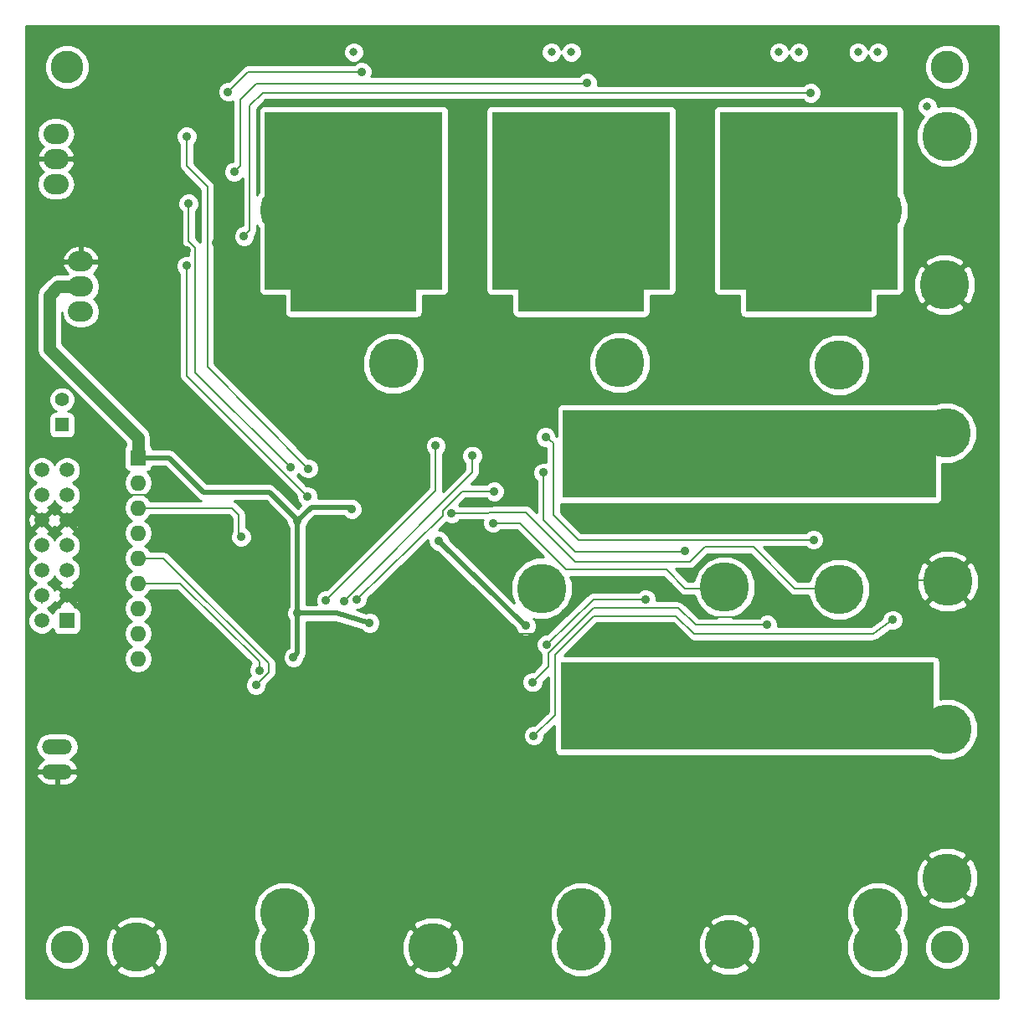
<source format=gbl>
G04 #@! TF.FileFunction,Copper,L2,Bot,Signal*
%FSLAX46Y46*%
G04 Gerber Fmt 4.6, Leading zero omitted, Abs format (unit mm)*
G04 Created by KiCad (PCBNEW 4.0.7-e2-6376~58~ubuntu14.04.1) date Sun Jan 28 19:01:43 2018*
%MOMM*%
%LPD*%
G01*
G04 APERTURE LIST*
%ADD10C,0.150000*%
%ADD11R,1.520000X1.520000*%
%ADD12C,1.520000*%
%ADD13O,3.014980X1.506220*%
%ADD14R,1.397000X1.397000*%
%ADD15C,1.397000*%
%ADD16R,1.600000X1.600000*%
%ADD17O,1.600000X1.600000*%
%ADD18O,2.540000X2.032000*%
%ADD19C,3.300000*%
%ADD20C,5.000000*%
%ADD21C,0.800000*%
%ADD22R,18.000000X18.000000*%
%ADD23C,1.000000*%
%ADD24R,12.700000X8.890000*%
%ADD25C,0.889000*%
%ADD26C,0.203200*%
%ADD27C,1.270000*%
%ADD28C,0.508000*%
%ADD29C,0.254000*%
G04 APERTURE END LIST*
D10*
D11*
X40000000Y-111000000D03*
D12*
X37460000Y-111000000D03*
X40000000Y-108460000D03*
X37460000Y-108460000D03*
X40000000Y-105920000D03*
X37460000Y-105920000D03*
X40000000Y-103380000D03*
X37460000Y-103380000D03*
X40000000Y-100840000D03*
X37460000Y-100840000D03*
X40000000Y-98300000D03*
X37460000Y-98300000D03*
X40000000Y-95760000D03*
X37460000Y-95760000D03*
D13*
X39000000Y-123730000D03*
X39000000Y-126270000D03*
D14*
X39500000Y-91170000D03*
D15*
X39500000Y-88630000D03*
D16*
X47200000Y-94500000D03*
D17*
X47200000Y-97040000D03*
X47200000Y-99580000D03*
X47200000Y-102120000D03*
X47200000Y-104660000D03*
X47200000Y-107200000D03*
X47200000Y-109740000D03*
X47200000Y-112280000D03*
X47200000Y-114820000D03*
D18*
X38900000Y-64300000D03*
X38900000Y-66840000D03*
X38900000Y-61760000D03*
X41400000Y-77200000D03*
X41400000Y-79740000D03*
X41400000Y-74660000D03*
D19*
X40000000Y-55000000D03*
X129000000Y-55000000D03*
X129000000Y-144000000D03*
X40000000Y-144000000D03*
D20*
X62000000Y-140500000D03*
X62000000Y-69500000D03*
X95900000Y-84900000D03*
X106500000Y-107600000D03*
X73000000Y-85000000D03*
X88000000Y-107700000D03*
X118100000Y-85100000D03*
X118100000Y-107800000D03*
X122000000Y-140500000D03*
X122000000Y-69500000D03*
X122000000Y-144000000D03*
X107000000Y-143746000D03*
X92000000Y-143898400D03*
X77000000Y-144050800D03*
X62000000Y-144000000D03*
X47000000Y-144000000D03*
X129000000Y-62000000D03*
X128746000Y-77000000D03*
X128898400Y-92000000D03*
X129050800Y-107000000D03*
X129000000Y-122000000D03*
X129000000Y-137000000D03*
D21*
X69000000Y-53500000D03*
X91000000Y-53500000D03*
X114000000Y-53500000D03*
X120000000Y-53500000D03*
X122000000Y-53500000D03*
X89000000Y-53500000D03*
D20*
X92000000Y-140500000D03*
X92000000Y-69500000D03*
D21*
X127000000Y-59000000D03*
X112000000Y-53500000D03*
D22*
X69000000Y-68500000D03*
D23*
X75000000Y-62000000D03*
X63000000Y-62000000D03*
D22*
X92000000Y-68500000D03*
D23*
X98000000Y-62000000D03*
X86000000Y-62000000D03*
D22*
X115000000Y-68500000D03*
D23*
X121000000Y-62000000D03*
X109000000Y-62000000D03*
D24*
X69000000Y-75300000D03*
D23*
X74000000Y-75500000D03*
D24*
X92000000Y-75300000D03*
D23*
X97000000Y-75500000D03*
D24*
X115000000Y-75300000D03*
D23*
X120000000Y-75500000D03*
D24*
X96500000Y-94100000D03*
D23*
X101500000Y-94300000D03*
D24*
X109000000Y-94100000D03*
D23*
X114000000Y-94300000D03*
D24*
X121500000Y-94100000D03*
D23*
X126500000Y-94300000D03*
D24*
X96300000Y-119600000D03*
D23*
X91300000Y-119400000D03*
D24*
X108800000Y-119600000D03*
D23*
X103800000Y-119400000D03*
D24*
X121300000Y-119600000D03*
D23*
X116300000Y-119400000D03*
D25*
X98500000Y-108800000D03*
X88500000Y-113400000D03*
X69800000Y-55500000D03*
X56300000Y-57500000D03*
X88200000Y-96000000D03*
X102500000Y-103900000D03*
X110800000Y-111400000D03*
X87100000Y-117200000D03*
X92600000Y-56600000D03*
X56900000Y-65600000D03*
X88400000Y-92400000D03*
X115500000Y-102800000D03*
X87200000Y-122600000D03*
X123500000Y-110900000D03*
X115200000Y-57600000D03*
X57900000Y-72100000D03*
X90400000Y-110200000D03*
X83100000Y-110300000D03*
X86400000Y-103700000D03*
X83300000Y-105000000D03*
X110500000Y-108700000D03*
X100900000Y-107500000D03*
X101200000Y-80500000D03*
X77800000Y-81300000D03*
X50300000Y-98400000D03*
X52100000Y-73500000D03*
X55100000Y-72800000D03*
X55000000Y-66100000D03*
X54100000Y-60500000D03*
X43200000Y-114800000D03*
X83100000Y-122500000D03*
X83100000Y-117100000D03*
X83700000Y-113700000D03*
X82100000Y-89600000D03*
X65300000Y-84000000D03*
X69500000Y-87100000D03*
X114000000Y-87400000D03*
X106600000Y-88200000D03*
X88100000Y-84600000D03*
X92600000Y-87100000D03*
X64900000Y-105800000D03*
X64700000Y-107700000D03*
X63300000Y-110200000D03*
X68800000Y-99700000D03*
X70600000Y-111200000D03*
X62900000Y-114700000D03*
X63300000Y-100900000D03*
X86400000Y-111500000D03*
X77600000Y-102900000D03*
X59500000Y-116000000D03*
X59100000Y-117500000D03*
X57600000Y-102500000D03*
X83200000Y-97900000D03*
X69300000Y-108800000D03*
X52100000Y-62000000D03*
X64400000Y-95600000D03*
X81000000Y-94300000D03*
X68000000Y-109000000D03*
X83100000Y-101100000D03*
X52300000Y-68800000D03*
X62600000Y-95500000D03*
X66200000Y-108900000D03*
X77300000Y-93300000D03*
X78900000Y-100100000D03*
X52100000Y-75100000D03*
X64300000Y-98400000D03*
D26*
X93300000Y-108800000D02*
X98500000Y-108800000D01*
X88500000Y-113400000D02*
X93300000Y-108800000D01*
X58300000Y-55500000D02*
X69800000Y-55500000D01*
X56300000Y-57500000D02*
X58300000Y-55500000D01*
X88200000Y-100800000D02*
X88200000Y-96000000D01*
X91400000Y-104000000D02*
X88200000Y-100800000D01*
X102400000Y-104000000D02*
X91400000Y-104000000D01*
X102500000Y-103900000D02*
X102400000Y-104000000D01*
X103600000Y-111400000D02*
X110800000Y-111400000D01*
X101800000Y-109700000D02*
X103600000Y-111400000D01*
X93300000Y-109700000D02*
X101800000Y-109700000D01*
X88700000Y-114300000D02*
X93300000Y-109700000D01*
X88700000Y-115600000D02*
X88700000Y-114300000D01*
X87100000Y-117200000D02*
X88700000Y-115600000D01*
X59100000Y-56700000D02*
X92400000Y-56700000D01*
X57500000Y-58300000D02*
X59100000Y-56700000D01*
X57500000Y-65000000D02*
X57500000Y-58300000D01*
X56900000Y-65600000D02*
X57500000Y-65000000D01*
X89200000Y-93000000D02*
X88400000Y-92400000D01*
X89200000Y-100300000D02*
X89200000Y-93000000D01*
X91700000Y-102800000D02*
X89200000Y-100300000D01*
X104100000Y-102800000D02*
X91700000Y-102800000D01*
X104100000Y-102800000D02*
X104100000Y-102800000D01*
X115400000Y-102800000D02*
X104100000Y-102800000D01*
X115500000Y-102800000D02*
X115400000Y-102800000D01*
X87200000Y-122600000D02*
X89400000Y-120500000D01*
X89400000Y-120500000D02*
X89400000Y-114400000D01*
X89400000Y-114400000D02*
X93300000Y-110500000D01*
X93300000Y-110500000D02*
X101600000Y-110500000D01*
X101600000Y-110500000D02*
X103400000Y-112300000D01*
X103400000Y-112300000D02*
X121500000Y-112300000D01*
X121500000Y-112300000D02*
X123500000Y-110900000D01*
X59800000Y-57600000D02*
X115200000Y-57600000D01*
X58500000Y-58900000D02*
X59800000Y-57600000D01*
X58500000Y-71500000D02*
X58500000Y-58900000D01*
X57900000Y-72100000D02*
X58500000Y-71500000D01*
X89600000Y-111000000D02*
X90400000Y-110200000D01*
X83700000Y-110900000D02*
X83100000Y-110300000D01*
X83700000Y-113700000D02*
X83700000Y-110900000D01*
X84600000Y-103700000D02*
X86400000Y-103700000D01*
X83300000Y-105000000D02*
X84600000Y-103700000D01*
X110500000Y-108700000D02*
X110800000Y-108700000D01*
X101200000Y-107500000D02*
X102600000Y-108900000D01*
X102600000Y-108900000D02*
X102600000Y-108900000D01*
X102600000Y-108900000D02*
X104300000Y-110600000D01*
X104300000Y-110600000D02*
X108600000Y-110600000D01*
X108600000Y-110600000D02*
X110500000Y-108700000D01*
X83700000Y-113700000D02*
X83700000Y-113600000D01*
X93100000Y-107500000D02*
X100900000Y-107500000D01*
X88300000Y-112300000D02*
X89600000Y-111000000D01*
X89600000Y-111000000D02*
X93100000Y-107500000D01*
X85000000Y-112300000D02*
X88300000Y-112300000D01*
X83700000Y-113600000D02*
X85000000Y-112300000D01*
X100900000Y-107500000D02*
X101200000Y-107500000D01*
X123600000Y-106900000D02*
X128950800Y-106900000D01*
X119400000Y-111100000D02*
X123600000Y-106900000D01*
X113200000Y-111100000D02*
X119400000Y-111100000D01*
X110800000Y-108700000D02*
X113200000Y-111100000D01*
X128950800Y-106900000D02*
X129050800Y-107000000D01*
X101400000Y-88200000D02*
X101400000Y-80700000D01*
X101400000Y-80700000D02*
X101200000Y-80500000D01*
X76900000Y-89050000D02*
X76900000Y-82200000D01*
X76900000Y-82200000D02*
X77800000Y-81300000D01*
X44300000Y-98300000D02*
X41760000Y-100840000D01*
X50200000Y-98300000D02*
X44300000Y-98300000D01*
X50300000Y-98400000D02*
X50200000Y-98300000D01*
X65300000Y-84000000D02*
X60500000Y-84000000D01*
X55100000Y-78600000D02*
X55100000Y-72800000D01*
X60500000Y-84000000D02*
X55100000Y-78600000D01*
X52100000Y-73500000D02*
X50940000Y-74660000D01*
X50940000Y-74660000D02*
X41400000Y-74660000D01*
X55000000Y-66100000D02*
X55000000Y-72700000D01*
X55000000Y-72700000D02*
X55100000Y-72800000D01*
X55000000Y-61400000D02*
X55000000Y-66100000D01*
X54100000Y-60500000D02*
X55000000Y-61400000D01*
D27*
X40000000Y-100840000D02*
X41760000Y-100840000D01*
X41760000Y-100840000D02*
X42240000Y-100840000D01*
X43200000Y-101800000D02*
X43200000Y-109800000D01*
X42240000Y-100840000D02*
X43200000Y-101800000D01*
X40000000Y-108460000D02*
X41860000Y-108460000D01*
X41860000Y-108460000D02*
X43200000Y-109800000D01*
X43200000Y-109800000D02*
X43200000Y-114800000D01*
D26*
X83100000Y-117100000D02*
X83100000Y-122500000D01*
X83100000Y-114300000D02*
X83100000Y-117100000D01*
X83700000Y-113700000D02*
X83100000Y-114300000D01*
X82100000Y-89600000D02*
X85100000Y-89600000D01*
X88100000Y-86600000D02*
X88100000Y-84600000D01*
X85100000Y-89600000D02*
X88100000Y-86600000D01*
X71450000Y-89050000D02*
X76900000Y-89050000D01*
X76900000Y-89050000D02*
X81550000Y-89050000D01*
X69500000Y-87100000D02*
X71450000Y-89050000D01*
X81550000Y-89050000D02*
X82100000Y-89600000D01*
X69500000Y-87100000D02*
X66200000Y-87100000D01*
X65300000Y-86200000D02*
X65300000Y-84000000D01*
X66200000Y-87100000D02*
X65300000Y-86200000D01*
X88100000Y-84600000D02*
X88100000Y-84800000D01*
X106600000Y-88200000D02*
X113200000Y-88200000D01*
X113200000Y-88200000D02*
X114000000Y-87400000D01*
X92600000Y-87100000D02*
X93000000Y-87100000D01*
X94100000Y-88200000D02*
X101400000Y-88200000D01*
X101400000Y-88200000D02*
X106600000Y-88200000D01*
X93000000Y-87100000D02*
X94100000Y-88200000D01*
X88100000Y-84600000D02*
X90600000Y-87100000D01*
X90600000Y-87100000D02*
X92600000Y-87100000D01*
X64900000Y-105800000D02*
X64700000Y-106000000D01*
X64700000Y-106000000D02*
X64700000Y-107700000D01*
D27*
X41400000Y-77200000D02*
X39100000Y-77200000D01*
X47200000Y-92500000D02*
X47200000Y-94500000D01*
X38200000Y-83500000D02*
X47200000Y-92500000D01*
X38200000Y-78100000D02*
X38200000Y-83500000D01*
X39100000Y-77200000D02*
X38200000Y-78100000D01*
D28*
X63300000Y-100900000D02*
X63300000Y-100800000D01*
X50300000Y-94500000D02*
X47200000Y-94500000D01*
X53800000Y-98000000D02*
X50300000Y-94500000D01*
X60500000Y-98000000D02*
X53800000Y-98000000D01*
X63300000Y-100800000D02*
X60500000Y-98000000D01*
X68800000Y-99700000D02*
X68600000Y-99500000D01*
X68600000Y-99500000D02*
X64700000Y-99500000D01*
X64700000Y-99500000D02*
X63300000Y-100900000D01*
X70600000Y-111200000D02*
X67300000Y-110200000D01*
X67300000Y-110200000D02*
X63300000Y-110200000D01*
X63300000Y-114300000D02*
X63300000Y-110200000D01*
X62900000Y-114700000D02*
X63300000Y-114300000D01*
X63300000Y-110200000D02*
X63300000Y-110200000D01*
X63300000Y-110200000D02*
X63300000Y-100900000D01*
X86400000Y-111500000D02*
X86300000Y-111500000D01*
X86300000Y-111500000D02*
X77600000Y-102900000D01*
D26*
X59500000Y-115100000D02*
X51400000Y-107200000D01*
X51400000Y-107200000D02*
X47200000Y-107200000D01*
X59500000Y-116000000D02*
X59500000Y-115100000D01*
X59500000Y-116000000D02*
X59500000Y-116000000D01*
X37460000Y-109160000D02*
X37460000Y-108460000D01*
X49760000Y-104660000D02*
X47200000Y-104660000D01*
X60400000Y-115300000D02*
X49760000Y-104660000D01*
X60400000Y-116200000D02*
X60400000Y-115300000D01*
X59100000Y-117500000D02*
X60400000Y-116200000D01*
X56680000Y-99580000D02*
X47200000Y-99580000D01*
X57400000Y-100300000D02*
X56680000Y-99580000D01*
X57400000Y-102300000D02*
X57400000Y-100300000D01*
X57600000Y-102500000D02*
X57400000Y-102300000D01*
X80000000Y-97900000D02*
X83200000Y-97900000D01*
X78000000Y-99900000D02*
X80000000Y-97900000D01*
X78000000Y-100400000D02*
X78000000Y-99900000D01*
X69300000Y-108800000D02*
X78000000Y-100400000D01*
X52100000Y-65000000D02*
X52100000Y-62000000D01*
X54200000Y-67100000D02*
X52100000Y-65000000D01*
X54200000Y-85300000D02*
X54200000Y-67100000D01*
X64400000Y-95600000D02*
X54200000Y-85300000D01*
X81000000Y-96000000D02*
X81000000Y-94300000D01*
X68000000Y-109000000D02*
X81000000Y-96000000D01*
X85800000Y-101100000D02*
X83100000Y-101100000D01*
X106600000Y-107700000D02*
X102500000Y-107700000D01*
X90500000Y-105800000D02*
X85800000Y-101100000D01*
X100600000Y-105800000D02*
X90500000Y-105800000D01*
X102500000Y-107700000D02*
X100600000Y-105800000D01*
X52300000Y-72600000D02*
X52300000Y-68800000D01*
X53000000Y-73300000D02*
X52300000Y-72600000D01*
X53000000Y-85900000D02*
X53000000Y-73300000D01*
X62600000Y-95500000D02*
X53000000Y-85900000D01*
X66200000Y-108900000D02*
X77300000Y-97800000D01*
X77300000Y-97800000D02*
X77300000Y-93300000D01*
X86400000Y-100000000D02*
X78900000Y-100100000D01*
X91400000Y-105000000D02*
X86400000Y-100000000D01*
X103000000Y-105000000D02*
X91400000Y-105000000D01*
X104500000Y-103500000D02*
X103000000Y-105000000D01*
X109400000Y-103500000D02*
X104500000Y-103500000D01*
X118000000Y-107700000D02*
X113600000Y-107700000D01*
X113600000Y-107700000D02*
X109400000Y-103500000D01*
X52100000Y-86200000D02*
X52100000Y-75100000D01*
X64300000Y-98400000D02*
X52100000Y-86200000D01*
X69000000Y-75300000D02*
X69000000Y-68500000D01*
D29*
G36*
X134174500Y-149174500D02*
X35825500Y-149174500D01*
X35825500Y-144452521D01*
X37714604Y-144452521D01*
X38061742Y-145292658D01*
X38703961Y-145935999D01*
X39543491Y-146284603D01*
X40452521Y-146285396D01*
X40572358Y-146235880D01*
X44943725Y-146235880D01*
X45225421Y-146658564D01*
X46377892Y-147135294D01*
X47625072Y-147134705D01*
X48774579Y-146658564D01*
X49056275Y-146235880D01*
X47000000Y-144179605D01*
X44943725Y-146235880D01*
X40572358Y-146235880D01*
X41292658Y-145938258D01*
X41935999Y-145296039D01*
X42284603Y-144456509D01*
X42285396Y-143547479D01*
X42215324Y-143377892D01*
X43864706Y-143377892D01*
X43865295Y-144625072D01*
X44341436Y-145774579D01*
X44764120Y-146056275D01*
X46820395Y-144000000D01*
X47179605Y-144000000D01*
X49235880Y-146056275D01*
X49658564Y-145774579D01*
X50135294Y-144622108D01*
X50134705Y-143374928D01*
X49658564Y-142225421D01*
X49235880Y-141943725D01*
X47179605Y-144000000D01*
X46820395Y-144000000D01*
X44764120Y-141943725D01*
X44341436Y-142225421D01*
X43864706Y-143377892D01*
X42215324Y-143377892D01*
X41938258Y-142707342D01*
X41296039Y-142064001D01*
X40573847Y-141764120D01*
X44943725Y-141764120D01*
X47000000Y-143820395D01*
X49056275Y-141764120D01*
X48774579Y-141341436D01*
X48241334Y-141120854D01*
X58864457Y-141120854D01*
X59331572Y-142251358D01*
X58865546Y-143373674D01*
X58864457Y-144620854D01*
X59340727Y-145773515D01*
X60221847Y-146656174D01*
X61373674Y-147134454D01*
X62620854Y-147135543D01*
X63773515Y-146659273D01*
X64146758Y-146286680D01*
X74943725Y-146286680D01*
X75225421Y-146709364D01*
X76377892Y-147186094D01*
X77625072Y-147185505D01*
X78774579Y-146709364D01*
X79056275Y-146286680D01*
X77000000Y-144230405D01*
X74943725Y-146286680D01*
X64146758Y-146286680D01*
X64656174Y-145778153D01*
X65134454Y-144626326D01*
X65135499Y-143428692D01*
X73864706Y-143428692D01*
X73865295Y-144675872D01*
X74341436Y-145825379D01*
X74764120Y-146107075D01*
X76820395Y-144050800D01*
X77179605Y-144050800D01*
X79235880Y-146107075D01*
X79658564Y-145825379D01*
X80135294Y-144672908D01*
X80134705Y-143425728D01*
X79658564Y-142276221D01*
X79235880Y-141994525D01*
X77179605Y-144050800D01*
X76820395Y-144050800D01*
X74764120Y-141994525D01*
X74341436Y-142276221D01*
X73864706Y-143428692D01*
X65135499Y-143428692D01*
X65135543Y-143379146D01*
X64668428Y-142248642D01*
X64848524Y-141814920D01*
X74943725Y-141814920D01*
X77000000Y-143871195D01*
X79056275Y-141814920D01*
X78774579Y-141392236D01*
X78118527Y-141120854D01*
X88864457Y-141120854D01*
X89310530Y-142200433D01*
X88865546Y-143272074D01*
X88864457Y-144519254D01*
X89340727Y-145671915D01*
X90221847Y-146554574D01*
X91373674Y-147032854D01*
X92620854Y-147033943D01*
X93773515Y-146557673D01*
X94350313Y-145981880D01*
X104943725Y-145981880D01*
X105225421Y-146404564D01*
X106377892Y-146881294D01*
X107625072Y-146880705D01*
X108774579Y-146404564D01*
X109056275Y-145981880D01*
X107000000Y-143925605D01*
X104943725Y-145981880D01*
X94350313Y-145981880D01*
X94656174Y-145676553D01*
X95134454Y-144524726D01*
X95135543Y-143277546D01*
X95072055Y-143123892D01*
X103864706Y-143123892D01*
X103865295Y-144371072D01*
X104341436Y-145520579D01*
X104764120Y-145802275D01*
X106820395Y-143746000D01*
X107179605Y-143746000D01*
X109235880Y-145802275D01*
X109658564Y-145520579D01*
X110135294Y-144368108D01*
X110134705Y-143120928D01*
X109658564Y-141971421D01*
X109235880Y-141689725D01*
X107179605Y-143746000D01*
X106820395Y-143746000D01*
X104764120Y-141689725D01*
X104341436Y-141971421D01*
X103864706Y-143123892D01*
X95072055Y-143123892D01*
X94689470Y-142197967D01*
X94975088Y-141510120D01*
X104943725Y-141510120D01*
X107000000Y-143566395D01*
X109056275Y-141510120D01*
X108796851Y-141120854D01*
X118864457Y-141120854D01*
X119331572Y-142251358D01*
X118865546Y-143373674D01*
X118864457Y-144620854D01*
X119340727Y-145773515D01*
X120221847Y-146656174D01*
X121373674Y-147134454D01*
X122620854Y-147135543D01*
X123773515Y-146659273D01*
X124656174Y-145778153D01*
X125134454Y-144626326D01*
X125134605Y-144452521D01*
X126714604Y-144452521D01*
X127061742Y-145292658D01*
X127703961Y-145935999D01*
X128543491Y-146284603D01*
X129452521Y-146285396D01*
X130292658Y-145938258D01*
X130935999Y-145296039D01*
X131284603Y-144456509D01*
X131285396Y-143547479D01*
X130938258Y-142707342D01*
X130296039Y-142064001D01*
X129456509Y-141715397D01*
X128547479Y-141714604D01*
X127707342Y-142061742D01*
X127064001Y-142703961D01*
X126715397Y-143543491D01*
X126714604Y-144452521D01*
X125134605Y-144452521D01*
X125135543Y-143379146D01*
X124668428Y-142248642D01*
X125134454Y-141126326D01*
X125135543Y-139879146D01*
X124869751Y-139235880D01*
X126943725Y-139235880D01*
X127225421Y-139658564D01*
X128377892Y-140135294D01*
X129625072Y-140134705D01*
X130774579Y-139658564D01*
X131056275Y-139235880D01*
X129000000Y-137179605D01*
X126943725Y-139235880D01*
X124869751Y-139235880D01*
X124659273Y-138726485D01*
X123778153Y-137843826D01*
X122626326Y-137365546D01*
X121379146Y-137364457D01*
X120226485Y-137840727D01*
X119343826Y-138721847D01*
X118865546Y-139873674D01*
X118864457Y-141120854D01*
X108796851Y-141120854D01*
X108774579Y-141087436D01*
X107622108Y-140610706D01*
X106374928Y-140611295D01*
X105225421Y-141087436D01*
X104943725Y-141510120D01*
X94975088Y-141510120D01*
X95134454Y-141126326D01*
X95135543Y-139879146D01*
X94659273Y-138726485D01*
X93778153Y-137843826D01*
X92626326Y-137365546D01*
X91379146Y-137364457D01*
X90226485Y-137840727D01*
X89343826Y-138721847D01*
X88865546Y-139873674D01*
X88864457Y-141120854D01*
X78118527Y-141120854D01*
X77622108Y-140915506D01*
X76374928Y-140916095D01*
X75225421Y-141392236D01*
X74943725Y-141814920D01*
X64848524Y-141814920D01*
X65134454Y-141126326D01*
X65135543Y-139879146D01*
X64659273Y-138726485D01*
X63778153Y-137843826D01*
X62626326Y-137365546D01*
X61379146Y-137364457D01*
X60226485Y-137840727D01*
X59343826Y-138721847D01*
X58865546Y-139873674D01*
X58864457Y-141120854D01*
X48241334Y-141120854D01*
X47622108Y-140864706D01*
X46374928Y-140865295D01*
X45225421Y-141341436D01*
X44943725Y-141764120D01*
X40573847Y-141764120D01*
X40456509Y-141715397D01*
X39547479Y-141714604D01*
X38707342Y-142061742D01*
X38064001Y-142703961D01*
X37715397Y-143543491D01*
X37714604Y-144452521D01*
X35825500Y-144452521D01*
X35825500Y-136377892D01*
X125864706Y-136377892D01*
X125865295Y-137625072D01*
X126341436Y-138774579D01*
X126764120Y-139056275D01*
X128820395Y-137000000D01*
X129179605Y-137000000D01*
X131235880Y-139056275D01*
X131658564Y-138774579D01*
X132135294Y-137622108D01*
X132134705Y-136374928D01*
X131658564Y-135225421D01*
X131235880Y-134943725D01*
X129179605Y-137000000D01*
X128820395Y-137000000D01*
X126764120Y-134943725D01*
X126341436Y-135225421D01*
X125864706Y-136377892D01*
X35825500Y-136377892D01*
X35825500Y-134764120D01*
X126943725Y-134764120D01*
X129000000Y-136820395D01*
X131056275Y-134764120D01*
X130774579Y-134341436D01*
X129622108Y-133864706D01*
X128374928Y-133865295D01*
X127225421Y-134341436D01*
X126943725Y-134764120D01*
X35825500Y-134764120D01*
X35825500Y-126611674D01*
X36900217Y-126611674D01*
X36914573Y-126683875D01*
X37174276Y-127161740D01*
X37597081Y-127503846D01*
X38118620Y-127658110D01*
X38873000Y-127658110D01*
X38873000Y-126397000D01*
X39127000Y-126397000D01*
X39127000Y-127658110D01*
X39881380Y-127658110D01*
X40402919Y-127503846D01*
X40825724Y-127161740D01*
X41085427Y-126683875D01*
X41099783Y-126611674D01*
X40977162Y-126397000D01*
X39127000Y-126397000D01*
X38873000Y-126397000D01*
X37022838Y-126397000D01*
X36900217Y-126611674D01*
X35825500Y-126611674D01*
X35825500Y-123730000D01*
X36815536Y-123730000D01*
X36921200Y-124261207D01*
X37222104Y-124711542D01*
X37672439Y-125012446D01*
X37675306Y-125013016D01*
X37597081Y-125036154D01*
X37174276Y-125378260D01*
X36914573Y-125856125D01*
X36900217Y-125928326D01*
X37022838Y-126143000D01*
X38873000Y-126143000D01*
X38873000Y-126123000D01*
X39127000Y-126123000D01*
X39127000Y-126143000D01*
X40977162Y-126143000D01*
X41099783Y-125928326D01*
X41085427Y-125856125D01*
X40825724Y-125378260D01*
X40402919Y-125036154D01*
X40324694Y-125013016D01*
X40327561Y-125012446D01*
X40777896Y-124711542D01*
X41078800Y-124261207D01*
X41184464Y-123730000D01*
X41078800Y-123198793D01*
X40777896Y-122748458D01*
X40327561Y-122447554D01*
X39796354Y-122341890D01*
X38203646Y-122341890D01*
X37672439Y-122447554D01*
X37222104Y-122748458D01*
X36921200Y-123198793D01*
X36815536Y-123730000D01*
X35825500Y-123730000D01*
X35825500Y-103656265D01*
X36064758Y-103656265D01*
X36276687Y-104169172D01*
X36668764Y-104561934D01*
X36880738Y-104649954D01*
X36670828Y-104736687D01*
X36278066Y-105128764D01*
X36065242Y-105641300D01*
X36064758Y-106196265D01*
X36276687Y-106709172D01*
X36668764Y-107101934D01*
X36880738Y-107189954D01*
X36670828Y-107276687D01*
X36278066Y-107668764D01*
X36065242Y-108181300D01*
X36064758Y-108736265D01*
X36276687Y-109249172D01*
X36668764Y-109641934D01*
X36880738Y-109729954D01*
X36670828Y-109816687D01*
X36278066Y-110208764D01*
X36065242Y-110721300D01*
X36064758Y-111276265D01*
X36276687Y-111789172D01*
X36668764Y-112181934D01*
X37181300Y-112394758D01*
X37736265Y-112395242D01*
X38249172Y-112183313D01*
X38605316Y-111827790D01*
X38636838Y-111995317D01*
X38775910Y-112211441D01*
X38988110Y-112356431D01*
X39240000Y-112407440D01*
X40760000Y-112407440D01*
X40995317Y-112363162D01*
X41211441Y-112224090D01*
X41356431Y-112011890D01*
X41407440Y-111760000D01*
X41407440Y-110240000D01*
X41363162Y-110004683D01*
X41224090Y-109788559D01*
X41011890Y-109643569D01*
X40760000Y-109592560D01*
X40755166Y-109592560D01*
X40799159Y-109438764D01*
X40000000Y-108639605D01*
X39200841Y-109438764D01*
X39244834Y-109592560D01*
X39240000Y-109592560D01*
X39004683Y-109636838D01*
X38788559Y-109775910D01*
X38643569Y-109988110D01*
X38606031Y-110173480D01*
X38251236Y-109818066D01*
X38039262Y-109730046D01*
X38249172Y-109643313D01*
X38641934Y-109251236D01*
X38723391Y-109055066D01*
X38779258Y-109189941D01*
X39021236Y-109259159D01*
X39820395Y-108460000D01*
X40179605Y-108460000D01*
X40978764Y-109259159D01*
X41220742Y-109189941D01*
X41407155Y-108667220D01*
X41379341Y-108112951D01*
X41220742Y-107730059D01*
X40978764Y-107660841D01*
X40179605Y-108460000D01*
X39820395Y-108460000D01*
X39021236Y-107660841D01*
X38779258Y-107730059D01*
X38727618Y-107874862D01*
X38643313Y-107670828D01*
X38251236Y-107278066D01*
X38039262Y-107190046D01*
X38249172Y-107103313D01*
X38641934Y-106711236D01*
X38729954Y-106499262D01*
X38816687Y-106709172D01*
X39208764Y-107101934D01*
X39404934Y-107183391D01*
X39270059Y-107239258D01*
X39200841Y-107481236D01*
X40000000Y-108280395D01*
X40799159Y-107481236D01*
X40729941Y-107239258D01*
X40585138Y-107187618D01*
X40789172Y-107103313D01*
X41181934Y-106711236D01*
X41394758Y-106198700D01*
X41395242Y-105643735D01*
X41183313Y-105130828D01*
X40791236Y-104738066D01*
X40579262Y-104650046D01*
X40789172Y-104563313D01*
X41181934Y-104171236D01*
X41394758Y-103658700D01*
X41395242Y-103103735D01*
X41183313Y-102590828D01*
X40791236Y-102198066D01*
X40595066Y-102116609D01*
X40729941Y-102060742D01*
X40799159Y-101818764D01*
X40000000Y-101019605D01*
X39200841Y-101818764D01*
X39270059Y-102060742D01*
X39414862Y-102112382D01*
X39210828Y-102196687D01*
X38818066Y-102588764D01*
X38730046Y-102800738D01*
X38643313Y-102590828D01*
X38251236Y-102198066D01*
X38055066Y-102116609D01*
X38189941Y-102060742D01*
X38259159Y-101818764D01*
X37460000Y-101019605D01*
X36660841Y-101818764D01*
X36730059Y-102060742D01*
X36874862Y-102112382D01*
X36670828Y-102196687D01*
X36278066Y-102588764D01*
X36065242Y-103101300D01*
X36064758Y-103656265D01*
X35825500Y-103656265D01*
X35825500Y-100632780D01*
X36052845Y-100632780D01*
X36080659Y-101187049D01*
X36239258Y-101569941D01*
X36481236Y-101639159D01*
X37280395Y-100840000D01*
X37639605Y-100840000D01*
X38438764Y-101639159D01*
X38680742Y-101569941D01*
X38726320Y-101442137D01*
X38779258Y-101569941D01*
X39021236Y-101639159D01*
X39820395Y-100840000D01*
X40179605Y-100840000D01*
X40978764Y-101639159D01*
X41220742Y-101569941D01*
X41407155Y-101047220D01*
X41379341Y-100492951D01*
X41220742Y-100110059D01*
X40978764Y-100040841D01*
X40179605Y-100840000D01*
X39820395Y-100840000D01*
X39021236Y-100040841D01*
X38779258Y-100110059D01*
X38733680Y-100237863D01*
X38680742Y-100110059D01*
X38438764Y-100040841D01*
X37639605Y-100840000D01*
X37280395Y-100840000D01*
X36481236Y-100040841D01*
X36239258Y-100110059D01*
X36052845Y-100632780D01*
X35825500Y-100632780D01*
X35825500Y-96036265D01*
X36064758Y-96036265D01*
X36276687Y-96549172D01*
X36668764Y-96941934D01*
X36880738Y-97029954D01*
X36670828Y-97116687D01*
X36278066Y-97508764D01*
X36065242Y-98021300D01*
X36064758Y-98576265D01*
X36276687Y-99089172D01*
X36668764Y-99481934D01*
X36864934Y-99563391D01*
X36730059Y-99619258D01*
X36660841Y-99861236D01*
X37460000Y-100660395D01*
X38259159Y-99861236D01*
X38189941Y-99619258D01*
X38045138Y-99567618D01*
X38249172Y-99483313D01*
X38641934Y-99091236D01*
X38729954Y-98879262D01*
X38816687Y-99089172D01*
X39208764Y-99481934D01*
X39404934Y-99563391D01*
X39270059Y-99619258D01*
X39200841Y-99861236D01*
X40000000Y-100660395D01*
X40799159Y-99861236D01*
X40729941Y-99619258D01*
X40585138Y-99567618D01*
X40789172Y-99483313D01*
X41181934Y-99091236D01*
X41394758Y-98578700D01*
X41395242Y-98023735D01*
X41183313Y-97510828D01*
X40791236Y-97118066D01*
X40579262Y-97030046D01*
X40789172Y-96943313D01*
X41181934Y-96551236D01*
X41394758Y-96038700D01*
X41395242Y-95483735D01*
X41183313Y-94970828D01*
X40791236Y-94578066D01*
X40278700Y-94365242D01*
X39723735Y-94364758D01*
X39210828Y-94576687D01*
X38818066Y-94968764D01*
X38730046Y-95180738D01*
X38643313Y-94970828D01*
X38251236Y-94578066D01*
X37738700Y-94365242D01*
X37183735Y-94364758D01*
X36670828Y-94576687D01*
X36278066Y-94968764D01*
X36065242Y-95481300D01*
X36064758Y-96036265D01*
X35825500Y-96036265D01*
X35825500Y-90471500D01*
X38154060Y-90471500D01*
X38154060Y-91868500D01*
X38198338Y-92103817D01*
X38337410Y-92319941D01*
X38549610Y-92464931D01*
X38801500Y-92515940D01*
X40198500Y-92515940D01*
X40433817Y-92471662D01*
X40649941Y-92332590D01*
X40794931Y-92120390D01*
X40845940Y-91868500D01*
X40845940Y-90471500D01*
X40801662Y-90236183D01*
X40662590Y-90020059D01*
X40450390Y-89875069D01*
X40198500Y-89824060D01*
X40102116Y-89824060D01*
X40254380Y-89761146D01*
X40629827Y-89386353D01*
X40833268Y-88896413D01*
X40833731Y-88365914D01*
X40631146Y-87875620D01*
X40256353Y-87500173D01*
X39766413Y-87296732D01*
X39235914Y-87296269D01*
X38745620Y-87498854D01*
X38370173Y-87873647D01*
X38166732Y-88363587D01*
X38166269Y-88894086D01*
X38368854Y-89384380D01*
X38743647Y-89759827D01*
X38898337Y-89824060D01*
X38801500Y-89824060D01*
X38566183Y-89868338D01*
X38350059Y-90007410D01*
X38205069Y-90219610D01*
X38154060Y-90471500D01*
X35825500Y-90471500D01*
X35825500Y-78100000D01*
X36929999Y-78100000D01*
X36930000Y-78100005D01*
X36930000Y-83499995D01*
X36929999Y-83500000D01*
X37026673Y-83986008D01*
X37301974Y-84398026D01*
X45930000Y-93026052D01*
X45930000Y-93263072D01*
X45803569Y-93448110D01*
X45752560Y-93700000D01*
X45752560Y-95300000D01*
X45796838Y-95535317D01*
X45935910Y-95751441D01*
X46148110Y-95896431D01*
X46292375Y-95925645D01*
X46185302Y-95997189D01*
X45874233Y-96462736D01*
X45765000Y-97011887D01*
X45765000Y-97068113D01*
X45874233Y-97617264D01*
X46185302Y-98082811D01*
X46525314Y-98310000D01*
X46185302Y-98537189D01*
X45874233Y-99002736D01*
X45765000Y-99551887D01*
X45765000Y-99608113D01*
X45874233Y-100157264D01*
X46185302Y-100622811D01*
X46525314Y-100850000D01*
X46185302Y-101077189D01*
X45874233Y-101542736D01*
X45765000Y-102091887D01*
X45765000Y-102148113D01*
X45874233Y-102697264D01*
X46185302Y-103162811D01*
X46525314Y-103390000D01*
X46185302Y-103617189D01*
X45874233Y-104082736D01*
X45765000Y-104631887D01*
X45765000Y-104688113D01*
X45874233Y-105237264D01*
X46185302Y-105702811D01*
X46525314Y-105930000D01*
X46185302Y-106157189D01*
X45874233Y-106622736D01*
X45765000Y-107171887D01*
X45765000Y-107228113D01*
X45874233Y-107777264D01*
X46185302Y-108242811D01*
X46525314Y-108470000D01*
X46185302Y-108697189D01*
X45874233Y-109162736D01*
X45765000Y-109711887D01*
X45765000Y-109768113D01*
X45874233Y-110317264D01*
X46185302Y-110782811D01*
X46525314Y-111010000D01*
X46185302Y-111237189D01*
X45874233Y-111702736D01*
X45765000Y-112251887D01*
X45765000Y-112308113D01*
X45874233Y-112857264D01*
X46185302Y-113322811D01*
X46525314Y-113550000D01*
X46185302Y-113777189D01*
X45874233Y-114242736D01*
X45765000Y-114791887D01*
X45765000Y-114848113D01*
X45874233Y-115397264D01*
X46185302Y-115862811D01*
X46650849Y-116173880D01*
X47200000Y-116283113D01*
X47749151Y-116173880D01*
X48214698Y-115862811D01*
X48525767Y-115397264D01*
X48635000Y-114848113D01*
X48635000Y-114791887D01*
X48525767Y-114242736D01*
X48214698Y-113777189D01*
X47874686Y-113550000D01*
X48214698Y-113322811D01*
X48525767Y-112857264D01*
X48635000Y-112308113D01*
X48635000Y-112251887D01*
X48525767Y-111702736D01*
X48214698Y-111237189D01*
X47874686Y-111010000D01*
X48214698Y-110782811D01*
X48525767Y-110317264D01*
X48635000Y-109768113D01*
X48635000Y-109711887D01*
X48525767Y-109162736D01*
X48214698Y-108697189D01*
X47874686Y-108470000D01*
X48214698Y-108242811D01*
X48419302Y-107936600D01*
X51100270Y-107936600D01*
X58661800Y-115311425D01*
X58585378Y-115387714D01*
X58420687Y-115784332D01*
X58420313Y-116213784D01*
X58561147Y-116554629D01*
X58489311Y-116584311D01*
X58185378Y-116887714D01*
X58020687Y-117284332D01*
X58020313Y-117713784D01*
X58184311Y-118110689D01*
X58487714Y-118414622D01*
X58884332Y-118579313D01*
X59313784Y-118579687D01*
X59710689Y-118415689D01*
X60014622Y-118112286D01*
X60179313Y-117715668D01*
X60179534Y-117462176D01*
X60920855Y-116720855D01*
X60948725Y-116679145D01*
X61080530Y-116481885D01*
X61136600Y-116200000D01*
X61136600Y-115300000D01*
X61080530Y-115018115D01*
X60920855Y-114779145D01*
X50280855Y-104139145D01*
X50041885Y-103979470D01*
X49760000Y-103923400D01*
X48419302Y-103923400D01*
X48214698Y-103617189D01*
X47874686Y-103390000D01*
X48214698Y-103162811D01*
X48525767Y-102697264D01*
X48635000Y-102148113D01*
X48635000Y-102091887D01*
X48525767Y-101542736D01*
X48214698Y-101077189D01*
X47874686Y-100850000D01*
X48214698Y-100622811D01*
X48419302Y-100316600D01*
X56374890Y-100316600D01*
X56663400Y-100605110D01*
X56663400Y-101940643D01*
X56520687Y-102284332D01*
X56520313Y-102713784D01*
X56684311Y-103110689D01*
X56987714Y-103414622D01*
X57384332Y-103579313D01*
X57813784Y-103579687D01*
X58210689Y-103415689D01*
X58514622Y-103112286D01*
X58679313Y-102715668D01*
X58679687Y-102286216D01*
X58515689Y-101889311D01*
X58212286Y-101585378D01*
X58136600Y-101553950D01*
X58136600Y-100300000D01*
X58080530Y-100018115D01*
X57920855Y-99779145D01*
X57200855Y-99059145D01*
X56961885Y-98899470D01*
X56909248Y-98889000D01*
X60131764Y-98889000D01*
X62220432Y-100977668D01*
X62220313Y-101113784D01*
X62384311Y-101510689D01*
X62411000Y-101537425D01*
X62411000Y-109562137D01*
X62385378Y-109587714D01*
X62220687Y-109984332D01*
X62220313Y-110413784D01*
X62384311Y-110810689D01*
X62411000Y-110837425D01*
X62411000Y-113734030D01*
X62289311Y-113784311D01*
X61985378Y-114087714D01*
X61820687Y-114484332D01*
X61820313Y-114913784D01*
X61984311Y-115310689D01*
X62287714Y-115614622D01*
X62684332Y-115779313D01*
X63113784Y-115779687D01*
X63510689Y-115615689D01*
X63814622Y-115312286D01*
X63979313Y-114915668D01*
X63979368Y-114852666D01*
X64121329Y-114640206D01*
X64189000Y-114300000D01*
X64189000Y-111089000D01*
X67168259Y-111089000D01*
X69742633Y-111869113D01*
X69987714Y-112114622D01*
X70384332Y-112279313D01*
X70813784Y-112279687D01*
X71210689Y-112115689D01*
X71514622Y-111812286D01*
X71679313Y-111415668D01*
X71679687Y-110986216D01*
X71515689Y-110589311D01*
X71212286Y-110285378D01*
X70815668Y-110120687D01*
X70386216Y-110120313D01*
X70266166Y-110169917D01*
X69307816Y-109879508D01*
X69513784Y-109879687D01*
X69910689Y-109715689D01*
X70214622Y-109412286D01*
X70379313Y-109015668D01*
X70379517Y-108781614D01*
X76520541Y-102852351D01*
X76520313Y-103113784D01*
X76684311Y-103510689D01*
X76987714Y-103814622D01*
X77384332Y-103979313D01*
X77427334Y-103979350D01*
X85367685Y-111828433D01*
X85484311Y-112110689D01*
X85787714Y-112414622D01*
X86184332Y-112579313D01*
X86613784Y-112579687D01*
X87010689Y-112415689D01*
X87314622Y-112112286D01*
X87479313Y-111715668D01*
X87479687Y-111286216D01*
X87315689Y-110889311D01*
X87181106Y-110754493D01*
X87373674Y-110834454D01*
X88620854Y-110835543D01*
X89773515Y-110359273D01*
X90656174Y-109478153D01*
X91134454Y-108326326D01*
X91135543Y-107079146D01*
X90911367Y-106536600D01*
X100294890Y-106536600D01*
X101979145Y-108220855D01*
X102218115Y-108380530D01*
X102500000Y-108436600D01*
X103453601Y-108436600D01*
X103840727Y-109373515D01*
X104721847Y-110256174D01*
X105702557Y-110663400D01*
X103892857Y-110663400D01*
X102305767Y-109164482D01*
X102192793Y-109093577D01*
X102081885Y-109019470D01*
X102071394Y-109017383D01*
X102062334Y-109011697D01*
X101930814Y-108989420D01*
X101800000Y-108963400D01*
X99579359Y-108963400D01*
X99579687Y-108586216D01*
X99415689Y-108189311D01*
X99112286Y-107885378D01*
X98715668Y-107720687D01*
X98286216Y-107720313D01*
X97889311Y-107884311D01*
X97709909Y-108063400D01*
X93300000Y-108063400D01*
X93166582Y-108089938D01*
X93032655Y-108113628D01*
X93025934Y-108117915D01*
X93018115Y-108119470D01*
X92905007Y-108195046D01*
X92790342Y-108268184D01*
X88561783Y-112320553D01*
X88286216Y-112320313D01*
X87889311Y-112484311D01*
X87585378Y-112787714D01*
X87420687Y-113184332D01*
X87420313Y-113613784D01*
X87584311Y-114010689D01*
X87887714Y-114314622D01*
X87963400Y-114346050D01*
X87963400Y-115294890D01*
X87137758Y-116120532D01*
X86886216Y-116120313D01*
X86489311Y-116284311D01*
X86185378Y-116587714D01*
X86020687Y-116984332D01*
X86020313Y-117413784D01*
X86184311Y-117810689D01*
X86487714Y-118114622D01*
X86884332Y-118279313D01*
X87313784Y-118279687D01*
X87710689Y-118115689D01*
X88014622Y-117812286D01*
X88179313Y-117415668D01*
X88179534Y-117162176D01*
X88663400Y-116678310D01*
X88663400Y-120184808D01*
X87264046Y-121520555D01*
X86986216Y-121520313D01*
X86589311Y-121684311D01*
X86285378Y-121987714D01*
X86120687Y-122384332D01*
X86120313Y-122813784D01*
X86284311Y-123210689D01*
X86587714Y-123514622D01*
X86984332Y-123679313D01*
X87413784Y-123679687D01*
X87810689Y-123515689D01*
X88114622Y-123212286D01*
X88279313Y-122815668D01*
X88279511Y-122587867D01*
X89302560Y-121611321D01*
X89302560Y-124045000D01*
X89346838Y-124280317D01*
X89485910Y-124496441D01*
X89698110Y-124641431D01*
X89950000Y-124692440D01*
X127309185Y-124692440D01*
X128373674Y-125134454D01*
X129620854Y-125135543D01*
X130773515Y-124659273D01*
X131656174Y-123778153D01*
X132134454Y-122626326D01*
X132135543Y-121379146D01*
X131659273Y-120226485D01*
X130778153Y-119343826D01*
X129626326Y-118865546D01*
X128379146Y-118864457D01*
X128297440Y-118898217D01*
X128297440Y-115155000D01*
X128253162Y-114919683D01*
X128114090Y-114703559D01*
X127901890Y-114558569D01*
X127650000Y-114507560D01*
X90334150Y-114507560D01*
X93605110Y-111236600D01*
X101294890Y-111236600D01*
X102879145Y-112820855D01*
X103118115Y-112980530D01*
X103400000Y-113036600D01*
X121500000Y-113036600D01*
X121578901Y-113020906D01*
X121659329Y-113019162D01*
X121718491Y-112993140D01*
X121781885Y-112980530D01*
X121848777Y-112935834D01*
X121922412Y-112903446D01*
X123258139Y-111968437D01*
X123284332Y-111979313D01*
X123713784Y-111979687D01*
X124110689Y-111815689D01*
X124414622Y-111512286D01*
X124579313Y-111115668D01*
X124579687Y-110686216D01*
X124415689Y-110289311D01*
X124112286Y-109985378D01*
X123715668Y-109820687D01*
X123286216Y-109820313D01*
X122889311Y-109984311D01*
X122585378Y-110287714D01*
X122420687Y-110684332D01*
X122420624Y-110756429D01*
X121267808Y-111563400D01*
X111879359Y-111563400D01*
X111879687Y-111186216D01*
X111715689Y-110789311D01*
X111412286Y-110485378D01*
X111015668Y-110320687D01*
X110586216Y-110320313D01*
X110189311Y-110484311D01*
X110009909Y-110663400D01*
X107295453Y-110663400D01*
X108273515Y-110259273D01*
X109156174Y-109378153D01*
X109634454Y-108226326D01*
X109635543Y-106979146D01*
X109159273Y-105826485D01*
X108278153Y-104943826D01*
X107126326Y-104465546D01*
X105879146Y-104464457D01*
X104726485Y-104940727D01*
X103843826Y-105821847D01*
X103369812Y-106963400D01*
X102805110Y-106963400D01*
X101578310Y-105736600D01*
X103000000Y-105736600D01*
X103281885Y-105680530D01*
X103520855Y-105520855D01*
X104805110Y-104236600D01*
X109094890Y-104236600D01*
X113079145Y-108220855D01*
X113318115Y-108380530D01*
X113600000Y-108436600D01*
X114970963Y-108436600D01*
X115440727Y-109573515D01*
X116321847Y-110456174D01*
X117473674Y-110934454D01*
X118720854Y-110935543D01*
X119873515Y-110459273D01*
X120756174Y-109578153D01*
X120898298Y-109235880D01*
X126994525Y-109235880D01*
X127276221Y-109658564D01*
X128428692Y-110135294D01*
X129675872Y-110134705D01*
X130825379Y-109658564D01*
X131107075Y-109235880D01*
X129050800Y-107179605D01*
X126994525Y-109235880D01*
X120898298Y-109235880D01*
X121234454Y-108426326D01*
X121235543Y-107179146D01*
X120904472Y-106377892D01*
X125915506Y-106377892D01*
X125916095Y-107625072D01*
X126392236Y-108774579D01*
X126814920Y-109056275D01*
X128871195Y-107000000D01*
X129230405Y-107000000D01*
X131286680Y-109056275D01*
X131709364Y-108774579D01*
X132186094Y-107622108D01*
X132185505Y-106374928D01*
X131709364Y-105225421D01*
X131286680Y-104943725D01*
X129230405Y-107000000D01*
X128871195Y-107000000D01*
X126814920Y-104943725D01*
X126392236Y-105225421D01*
X125915506Y-106377892D01*
X120904472Y-106377892D01*
X120759273Y-106026485D01*
X119878153Y-105143826D01*
X118963719Y-104764120D01*
X126994525Y-104764120D01*
X129050800Y-106820395D01*
X131107075Y-104764120D01*
X130825379Y-104341436D01*
X129672908Y-103864706D01*
X128425728Y-103865295D01*
X127276221Y-104341436D01*
X126994525Y-104764120D01*
X118963719Y-104764120D01*
X118726326Y-104665546D01*
X117479146Y-104664457D01*
X116326485Y-105140727D01*
X115443826Y-106021847D01*
X115052859Y-106963400D01*
X113905110Y-106963400D01*
X110478310Y-103536600D01*
X114710002Y-103536600D01*
X114887714Y-103714622D01*
X115284332Y-103879313D01*
X115713784Y-103879687D01*
X116110689Y-103715689D01*
X116414622Y-103412286D01*
X116579313Y-103015668D01*
X116579687Y-102586216D01*
X116415689Y-102189311D01*
X116112286Y-101885378D01*
X115715668Y-101720687D01*
X115286216Y-101720313D01*
X114889311Y-101884311D01*
X114709909Y-102063400D01*
X92005110Y-102063400D01*
X89936600Y-99994890D01*
X89936600Y-99149225D01*
X90150000Y-99192440D01*
X127850000Y-99192440D01*
X128085317Y-99148162D01*
X128301441Y-99009090D01*
X128446431Y-98796890D01*
X128497440Y-98545000D01*
X128497440Y-95134651D01*
X129519254Y-95135543D01*
X130671915Y-94659273D01*
X131554574Y-93778153D01*
X132032854Y-92626326D01*
X132033943Y-91379146D01*
X131557673Y-90226485D01*
X130676553Y-89343826D01*
X129524726Y-88865546D01*
X128277546Y-88864457D01*
X127904500Y-89018597D01*
X127850000Y-89007560D01*
X90150000Y-89007560D01*
X89914683Y-89051838D01*
X89698559Y-89190910D01*
X89553569Y-89403110D01*
X89502560Y-89655000D01*
X89502560Y-92306170D01*
X89479598Y-92288948D01*
X89479687Y-92186216D01*
X89315689Y-91789311D01*
X89012286Y-91485378D01*
X88615668Y-91320687D01*
X88186216Y-91320313D01*
X87789311Y-91484311D01*
X87485378Y-91787714D01*
X87320687Y-92184332D01*
X87320313Y-92613784D01*
X87484311Y-93010689D01*
X87787714Y-93314622D01*
X88184332Y-93479313D01*
X88463400Y-93479556D01*
X88463400Y-94940507D01*
X88415668Y-94920687D01*
X87986216Y-94920313D01*
X87589311Y-95084311D01*
X87285378Y-95387714D01*
X87120687Y-95784332D01*
X87120313Y-96213784D01*
X87284311Y-96610689D01*
X87463400Y-96790091D01*
X87463400Y-100021690D01*
X86920855Y-99479145D01*
X86916699Y-99476368D01*
X86913865Y-99472247D01*
X86797346Y-99396619D01*
X86681885Y-99319470D01*
X86676982Y-99318495D01*
X86672787Y-99315772D01*
X86536186Y-99290489D01*
X86400000Y-99263400D01*
X86395097Y-99264375D01*
X86390180Y-99263465D01*
X79679556Y-99352940D01*
X79634203Y-99307507D01*
X80305110Y-98636600D01*
X82410002Y-98636600D01*
X82587714Y-98814622D01*
X82984332Y-98979313D01*
X83413784Y-98979687D01*
X83810689Y-98815689D01*
X84114622Y-98512286D01*
X84279313Y-98115668D01*
X84279687Y-97686216D01*
X84115689Y-97289311D01*
X83812286Y-96985378D01*
X83415668Y-96820687D01*
X82986216Y-96820313D01*
X82589311Y-96984311D01*
X82409909Y-97163400D01*
X80878310Y-97163400D01*
X81520855Y-96520855D01*
X81680530Y-96281885D01*
X81736600Y-96000000D01*
X81736600Y-95089998D01*
X81914622Y-94912286D01*
X82079313Y-94515668D01*
X82079687Y-94086216D01*
X81915689Y-93689311D01*
X81612286Y-93385378D01*
X81215668Y-93220687D01*
X80786216Y-93220313D01*
X80389311Y-93384311D01*
X80085378Y-93687714D01*
X79920687Y-94084332D01*
X79920313Y-94513784D01*
X80084311Y-94910689D01*
X80263400Y-95090091D01*
X80263400Y-95694890D01*
X78006384Y-97951906D01*
X78016709Y-97900000D01*
X78036601Y-97800000D01*
X78036600Y-97799995D01*
X78036600Y-94089998D01*
X78214622Y-93912286D01*
X78379313Y-93515668D01*
X78379687Y-93086216D01*
X78215689Y-92689311D01*
X77912286Y-92385378D01*
X77515668Y-92220687D01*
X77086216Y-92220313D01*
X76689311Y-92384311D01*
X76385378Y-92687714D01*
X76220687Y-93084332D01*
X76220313Y-93513784D01*
X76384311Y-93910689D01*
X76563400Y-94090091D01*
X76563400Y-97494890D01*
X66237758Y-107820532D01*
X65986216Y-107820313D01*
X65589311Y-107984311D01*
X65285378Y-108287714D01*
X65120687Y-108684332D01*
X65120313Y-109113784D01*
X65201801Y-109311000D01*
X64189000Y-109311000D01*
X64189000Y-101537863D01*
X64214622Y-101512286D01*
X64379313Y-101115668D01*
X64379346Y-101077890D01*
X65068236Y-100389000D01*
X67962485Y-100389000D01*
X68187714Y-100614622D01*
X68584332Y-100779313D01*
X69013784Y-100779687D01*
X69410689Y-100615689D01*
X69714622Y-100312286D01*
X69879313Y-99915668D01*
X69879687Y-99486216D01*
X69715689Y-99089311D01*
X69412286Y-98785378D01*
X69015668Y-98620687D01*
X68647086Y-98620366D01*
X68600000Y-98611000D01*
X65379317Y-98611000D01*
X65379687Y-98186216D01*
X65215689Y-97789311D01*
X64912286Y-97485378D01*
X64515668Y-97320687D01*
X64262176Y-97320466D01*
X63284108Y-96342398D01*
X63464376Y-96162444D01*
X63484311Y-96210689D01*
X63787714Y-96514622D01*
X64184332Y-96679313D01*
X64613784Y-96679687D01*
X65010689Y-96515689D01*
X65314622Y-96212286D01*
X65479313Y-95815668D01*
X65479687Y-95386216D01*
X65315689Y-94989311D01*
X65012286Y-94685378D01*
X64615668Y-94520687D01*
X64367617Y-94520471D01*
X55554405Y-85620854D01*
X69864457Y-85620854D01*
X70340727Y-86773515D01*
X71221847Y-87656174D01*
X72373674Y-88134454D01*
X73620854Y-88135543D01*
X74773515Y-87659273D01*
X75656174Y-86778153D01*
X76134454Y-85626326D01*
X76134546Y-85520854D01*
X92764457Y-85520854D01*
X93240727Y-86673515D01*
X94121847Y-87556174D01*
X95273674Y-88034454D01*
X96520854Y-88035543D01*
X97673515Y-87559273D01*
X98556174Y-86678153D01*
X98953678Y-85720854D01*
X114964457Y-85720854D01*
X115440727Y-86873515D01*
X116321847Y-87756174D01*
X117473674Y-88234454D01*
X118720854Y-88235543D01*
X119873515Y-87759273D01*
X120756174Y-86878153D01*
X121234454Y-85726326D01*
X121235543Y-84479146D01*
X120759273Y-83326485D01*
X119878153Y-82443826D01*
X118726326Y-81965546D01*
X117479146Y-81964457D01*
X116326485Y-82440727D01*
X115443826Y-83321847D01*
X114965546Y-84473674D01*
X114964457Y-85720854D01*
X98953678Y-85720854D01*
X99034454Y-85526326D01*
X99035543Y-84279146D01*
X98559273Y-83126485D01*
X97678153Y-82243826D01*
X96526326Y-81765546D01*
X95279146Y-81764457D01*
X94126485Y-82240727D01*
X93243826Y-83121847D01*
X92765546Y-84273674D01*
X92764457Y-85520854D01*
X76134546Y-85520854D01*
X76135543Y-84379146D01*
X75659273Y-83226485D01*
X74778153Y-82343826D01*
X73626326Y-81865546D01*
X72379146Y-81864457D01*
X71226485Y-82340727D01*
X70343826Y-83221847D01*
X69865546Y-84373674D01*
X69864457Y-85620854D01*
X55554405Y-85620854D01*
X54936600Y-84996993D01*
X54936600Y-67100000D01*
X54880530Y-66818115D01*
X54720855Y-66579145D01*
X52836600Y-64694890D01*
X52836600Y-62789998D01*
X53014622Y-62612286D01*
X53179313Y-62215668D01*
X53179687Y-61786216D01*
X53015689Y-61389311D01*
X52712286Y-61085378D01*
X52315668Y-60920687D01*
X51886216Y-60920313D01*
X51489311Y-61084311D01*
X51185378Y-61387714D01*
X51020687Y-61784332D01*
X51020313Y-62213784D01*
X51184311Y-62610689D01*
X51363400Y-62790091D01*
X51363400Y-65000000D01*
X51419470Y-65281885D01*
X51579145Y-65520855D01*
X53463400Y-67405110D01*
X53463400Y-72721690D01*
X53036600Y-72294890D01*
X53036600Y-69589998D01*
X53214622Y-69412286D01*
X53379313Y-69015668D01*
X53379687Y-68586216D01*
X53215689Y-68189311D01*
X52912286Y-67885378D01*
X52515668Y-67720687D01*
X52086216Y-67720313D01*
X51689311Y-67884311D01*
X51385378Y-68187714D01*
X51220687Y-68584332D01*
X51220313Y-69013784D01*
X51384311Y-69410689D01*
X51563400Y-69590091D01*
X51563400Y-72600000D01*
X51619470Y-72881885D01*
X51779145Y-73120855D01*
X52263400Y-73605110D01*
X52263400Y-74020641D01*
X51886216Y-74020313D01*
X51489311Y-74184311D01*
X51185378Y-74487714D01*
X51020687Y-74884332D01*
X51020313Y-75313784D01*
X51184311Y-75710689D01*
X51363400Y-75890091D01*
X51363400Y-86200000D01*
X51419470Y-86481885D01*
X51579145Y-86720855D01*
X63220532Y-98362242D01*
X63220313Y-98613784D01*
X63384311Y-99010689D01*
X63657954Y-99284810D01*
X63350000Y-99592764D01*
X61128618Y-97371382D01*
X60840206Y-97178671D01*
X60500000Y-97111000D01*
X54168236Y-97111000D01*
X50928618Y-93871382D01*
X50640206Y-93678671D01*
X50300000Y-93611000D01*
X48630693Y-93611000D01*
X48603162Y-93464683D01*
X48470000Y-93257743D01*
X48470000Y-92500005D01*
X48470001Y-92500000D01*
X48373327Y-92013992D01*
X48098026Y-91601974D01*
X39470000Y-82973948D01*
X39470000Y-79801942D01*
X39583354Y-80371810D01*
X39941246Y-80907433D01*
X40476869Y-81265325D01*
X41108679Y-81391000D01*
X41691321Y-81391000D01*
X42323131Y-81265325D01*
X42858754Y-80907433D01*
X43216646Y-80371810D01*
X43342321Y-79740000D01*
X43216646Y-79108190D01*
X42858754Y-78572567D01*
X42705252Y-78470000D01*
X42858754Y-78367433D01*
X43216646Y-77831810D01*
X43342321Y-77200000D01*
X43216646Y-76568190D01*
X42858754Y-76032567D01*
X42684219Y-75915946D01*
X42911236Y-75737630D01*
X43227926Y-75174477D01*
X43259975Y-75042944D01*
X43140836Y-74787000D01*
X41527000Y-74787000D01*
X41527000Y-74807000D01*
X41273000Y-74807000D01*
X41273000Y-74787000D01*
X39659164Y-74787000D01*
X39540025Y-75042944D01*
X39572074Y-75174477D01*
X39888764Y-75737630D01*
X40115781Y-75915946D01*
X40094748Y-75930000D01*
X39100000Y-75930000D01*
X38613992Y-76026673D01*
X38201974Y-76301974D01*
X38201972Y-76301977D01*
X37301974Y-77201974D01*
X37026673Y-77613992D01*
X36929999Y-78100000D01*
X35825500Y-78100000D01*
X35825500Y-74277056D01*
X39540025Y-74277056D01*
X39659164Y-74533000D01*
X41273000Y-74533000D01*
X41273000Y-73009000D01*
X41527000Y-73009000D01*
X41527000Y-74533000D01*
X43140836Y-74533000D01*
X43259975Y-74277056D01*
X43227926Y-74145523D01*
X42911236Y-73582370D01*
X42403143Y-73183276D01*
X41781000Y-73009000D01*
X41527000Y-73009000D01*
X41273000Y-73009000D01*
X41019000Y-73009000D01*
X40396857Y-73183276D01*
X39888764Y-73582370D01*
X39572074Y-74145523D01*
X39540025Y-74277056D01*
X35825500Y-74277056D01*
X35825500Y-66840000D01*
X36957679Y-66840000D01*
X37083354Y-67471810D01*
X37441246Y-68007433D01*
X37976869Y-68365325D01*
X38608679Y-68491000D01*
X39191321Y-68491000D01*
X39823131Y-68365325D01*
X40358754Y-68007433D01*
X40716646Y-67471810D01*
X40842321Y-66840000D01*
X40716646Y-66208190D01*
X40358754Y-65672567D01*
X40184219Y-65555946D01*
X40411236Y-65377630D01*
X40727926Y-64814477D01*
X40759975Y-64682944D01*
X40640836Y-64427000D01*
X39027000Y-64427000D01*
X39027000Y-64447000D01*
X38773000Y-64447000D01*
X38773000Y-64427000D01*
X37159164Y-64427000D01*
X37040025Y-64682944D01*
X37072074Y-64814477D01*
X37388764Y-65377630D01*
X37615781Y-65555946D01*
X37441246Y-65672567D01*
X37083354Y-66208190D01*
X36957679Y-66840000D01*
X35825500Y-66840000D01*
X35825500Y-61760000D01*
X36957679Y-61760000D01*
X37083354Y-62391810D01*
X37441246Y-62927433D01*
X37615781Y-63044054D01*
X37388764Y-63222370D01*
X37072074Y-63785523D01*
X37040025Y-63917056D01*
X37159164Y-64173000D01*
X38773000Y-64173000D01*
X38773000Y-64153000D01*
X39027000Y-64153000D01*
X39027000Y-64173000D01*
X40640836Y-64173000D01*
X40759975Y-63917056D01*
X40727926Y-63785523D01*
X40411236Y-63222370D01*
X40184219Y-63044054D01*
X40358754Y-62927433D01*
X40716646Y-62391810D01*
X40842321Y-61760000D01*
X40716646Y-61128190D01*
X40358754Y-60592567D01*
X39823131Y-60234675D01*
X39191321Y-60109000D01*
X38608679Y-60109000D01*
X37976869Y-60234675D01*
X37441246Y-60592567D01*
X37083354Y-61128190D01*
X36957679Y-61760000D01*
X35825500Y-61760000D01*
X35825500Y-57713784D01*
X55220313Y-57713784D01*
X55384311Y-58110689D01*
X55687714Y-58414622D01*
X56084332Y-58579313D01*
X56513784Y-58579687D01*
X56763400Y-58476548D01*
X56763400Y-64520380D01*
X56686216Y-64520313D01*
X56289311Y-64684311D01*
X55985378Y-64987714D01*
X55820687Y-65384332D01*
X55820313Y-65813784D01*
X55984311Y-66210689D01*
X56287714Y-66514622D01*
X56684332Y-66679313D01*
X57113784Y-66679687D01*
X57510689Y-66515689D01*
X57763400Y-66263419D01*
X57763400Y-71020380D01*
X57686216Y-71020313D01*
X57289311Y-71184311D01*
X56985378Y-71487714D01*
X56820687Y-71884332D01*
X56820313Y-72313784D01*
X56984311Y-72710689D01*
X57287714Y-73014622D01*
X57684332Y-73179313D01*
X58113784Y-73179687D01*
X58510689Y-73015689D01*
X58814622Y-72712286D01*
X58979313Y-72315668D01*
X58979534Y-72062176D01*
X59020855Y-72020855D01*
X59180530Y-71781885D01*
X59236600Y-71500000D01*
X59236600Y-71021509D01*
X59340727Y-71273515D01*
X59352560Y-71285369D01*
X59352560Y-77500000D01*
X59396838Y-77735317D01*
X59535910Y-77951441D01*
X59748110Y-78096431D01*
X60000000Y-78147440D01*
X62002560Y-78147440D01*
X62002560Y-79745000D01*
X62046838Y-79980317D01*
X62185910Y-80196441D01*
X62398110Y-80341431D01*
X62650000Y-80392440D01*
X75350000Y-80392440D01*
X75585317Y-80348162D01*
X75801441Y-80209090D01*
X75946431Y-79996890D01*
X75997440Y-79745000D01*
X75997440Y-78147440D01*
X78000000Y-78147440D01*
X78235317Y-78103162D01*
X78451441Y-77964090D01*
X78596431Y-77751890D01*
X78647440Y-77500000D01*
X78647440Y-59500000D01*
X82352560Y-59500000D01*
X82352560Y-77500000D01*
X82396838Y-77735317D01*
X82535910Y-77951441D01*
X82748110Y-78096431D01*
X83000000Y-78147440D01*
X85002560Y-78147440D01*
X85002560Y-79745000D01*
X85046838Y-79980317D01*
X85185910Y-80196441D01*
X85398110Y-80341431D01*
X85650000Y-80392440D01*
X98350000Y-80392440D01*
X98585317Y-80348162D01*
X98801441Y-80209090D01*
X98946431Y-79996890D01*
X98997440Y-79745000D01*
X98997440Y-78147440D01*
X101000000Y-78147440D01*
X101235317Y-78103162D01*
X101451441Y-77964090D01*
X101596431Y-77751890D01*
X101647440Y-77500000D01*
X101647440Y-59500000D01*
X105352560Y-59500000D01*
X105352560Y-77500000D01*
X105396838Y-77735317D01*
X105535910Y-77951441D01*
X105748110Y-78096431D01*
X106000000Y-78147440D01*
X108002560Y-78147440D01*
X108002560Y-79745000D01*
X108046838Y-79980317D01*
X108185910Y-80196441D01*
X108398110Y-80341431D01*
X108650000Y-80392440D01*
X121350000Y-80392440D01*
X121585317Y-80348162D01*
X121801441Y-80209090D01*
X121946431Y-79996890D01*
X121997440Y-79745000D01*
X121997440Y-79235880D01*
X126689725Y-79235880D01*
X126971421Y-79658564D01*
X128123892Y-80135294D01*
X129371072Y-80134705D01*
X130520579Y-79658564D01*
X130802275Y-79235880D01*
X128746000Y-77179605D01*
X126689725Y-79235880D01*
X121997440Y-79235880D01*
X121997440Y-78147440D01*
X124000000Y-78147440D01*
X124235317Y-78103162D01*
X124451441Y-77964090D01*
X124596431Y-77751890D01*
X124647440Y-77500000D01*
X124647440Y-76377892D01*
X125610706Y-76377892D01*
X125611295Y-77625072D01*
X126087436Y-78774579D01*
X126510120Y-79056275D01*
X128566395Y-77000000D01*
X128925605Y-77000000D01*
X130981880Y-79056275D01*
X131404564Y-78774579D01*
X131881294Y-77622108D01*
X131880705Y-76374928D01*
X131404564Y-75225421D01*
X130981880Y-74943725D01*
X128925605Y-77000000D01*
X128566395Y-77000000D01*
X126510120Y-74943725D01*
X126087436Y-75225421D01*
X125610706Y-76377892D01*
X124647440Y-76377892D01*
X124647440Y-74764120D01*
X126689725Y-74764120D01*
X128746000Y-76820395D01*
X130802275Y-74764120D01*
X130520579Y-74341436D01*
X129368108Y-73864706D01*
X128120928Y-73865295D01*
X126971421Y-74341436D01*
X126689725Y-74764120D01*
X124647440Y-74764120D01*
X124647440Y-71286872D01*
X124656174Y-71278153D01*
X125134454Y-70126326D01*
X125135543Y-68879146D01*
X124659273Y-67726485D01*
X124647440Y-67714631D01*
X124647440Y-62620854D01*
X125864457Y-62620854D01*
X126340727Y-63773515D01*
X127221847Y-64656174D01*
X128373674Y-65134454D01*
X129620854Y-65135543D01*
X130773515Y-64659273D01*
X131656174Y-63778153D01*
X132134454Y-62626326D01*
X132135543Y-61379146D01*
X131659273Y-60226485D01*
X130778153Y-59343826D01*
X129626326Y-58865546D01*
X128379146Y-58864457D01*
X128034994Y-59006658D01*
X128035179Y-58795029D01*
X127877942Y-58414485D01*
X127587046Y-58123081D01*
X127206777Y-57965180D01*
X126795029Y-57964821D01*
X126414485Y-58122058D01*
X126123081Y-58412954D01*
X125965180Y-58793223D01*
X125964821Y-59204971D01*
X126122058Y-59585515D01*
X126412954Y-59876919D01*
X126608159Y-59957975D01*
X126343826Y-60221847D01*
X125865546Y-61373674D01*
X125864457Y-62620854D01*
X124647440Y-62620854D01*
X124647440Y-59500000D01*
X124603162Y-59264683D01*
X124464090Y-59048559D01*
X124251890Y-58903569D01*
X124000000Y-58852560D01*
X106000000Y-58852560D01*
X105764683Y-58896838D01*
X105548559Y-59035910D01*
X105403569Y-59248110D01*
X105352560Y-59500000D01*
X101647440Y-59500000D01*
X101603162Y-59264683D01*
X101464090Y-59048559D01*
X101251890Y-58903569D01*
X101000000Y-58852560D01*
X83000000Y-58852560D01*
X82764683Y-58896838D01*
X82548559Y-59035910D01*
X82403569Y-59248110D01*
X82352560Y-59500000D01*
X78647440Y-59500000D01*
X78603162Y-59264683D01*
X78464090Y-59048559D01*
X78251890Y-58903569D01*
X78000000Y-58852560D01*
X60000000Y-58852560D01*
X59764683Y-58896838D01*
X59548559Y-59035910D01*
X59403569Y-59248110D01*
X59352560Y-59500000D01*
X59352560Y-67713128D01*
X59343826Y-67721847D01*
X59236600Y-67980076D01*
X59236600Y-59205110D01*
X60105110Y-58336600D01*
X114410002Y-58336600D01*
X114587714Y-58514622D01*
X114984332Y-58679313D01*
X115413784Y-58679687D01*
X115810689Y-58515689D01*
X116114622Y-58212286D01*
X116279313Y-57815668D01*
X116279687Y-57386216D01*
X116115689Y-56989311D01*
X115812286Y-56685378D01*
X115415668Y-56520687D01*
X114986216Y-56520313D01*
X114589311Y-56684311D01*
X114409909Y-56863400D01*
X93659493Y-56863400D01*
X93679313Y-56815668D01*
X93679687Y-56386216D01*
X93515689Y-55989311D01*
X93212286Y-55685378D01*
X92815668Y-55520687D01*
X92386216Y-55520313D01*
X91989311Y-55684311D01*
X91709734Y-55963400D01*
X70776445Y-55963400D01*
X70879313Y-55715668D01*
X70879542Y-55452521D01*
X126714604Y-55452521D01*
X127061742Y-56292658D01*
X127703961Y-56935999D01*
X128543491Y-57284603D01*
X129452521Y-57285396D01*
X130292658Y-56938258D01*
X130935999Y-56296039D01*
X131284603Y-55456509D01*
X131285396Y-54547479D01*
X130938258Y-53707342D01*
X130296039Y-53064001D01*
X129456509Y-52715397D01*
X128547479Y-52714604D01*
X127707342Y-53061742D01*
X127064001Y-53703961D01*
X126715397Y-54543491D01*
X126714604Y-55452521D01*
X70879542Y-55452521D01*
X70879687Y-55286216D01*
X70715689Y-54889311D01*
X70412286Y-54585378D01*
X70015668Y-54420687D01*
X69586216Y-54420313D01*
X69189311Y-54584311D01*
X69009909Y-54763400D01*
X58300000Y-54763400D01*
X58018115Y-54819470D01*
X57779145Y-54979145D01*
X56337758Y-56420532D01*
X56086216Y-56420313D01*
X55689311Y-56584311D01*
X55385378Y-56887714D01*
X55220687Y-57284332D01*
X55220313Y-57713784D01*
X35825500Y-57713784D01*
X35825500Y-55452521D01*
X37714604Y-55452521D01*
X38061742Y-56292658D01*
X38703961Y-56935999D01*
X39543491Y-57284603D01*
X40452521Y-57285396D01*
X41292658Y-56938258D01*
X41935999Y-56296039D01*
X42284603Y-55456509D01*
X42285396Y-54547479D01*
X41938258Y-53707342D01*
X41935892Y-53704971D01*
X67964821Y-53704971D01*
X68122058Y-54085515D01*
X68412954Y-54376919D01*
X68793223Y-54534820D01*
X69204971Y-54535179D01*
X69585515Y-54377942D01*
X69876919Y-54087046D01*
X70034820Y-53706777D01*
X70034821Y-53704971D01*
X87964821Y-53704971D01*
X88122058Y-54085515D01*
X88412954Y-54376919D01*
X88793223Y-54534820D01*
X89204971Y-54535179D01*
X89585515Y-54377942D01*
X89876919Y-54087046D01*
X90000108Y-53790373D01*
X90122058Y-54085515D01*
X90412954Y-54376919D01*
X90793223Y-54534820D01*
X91204971Y-54535179D01*
X91585515Y-54377942D01*
X91876919Y-54087046D01*
X92034820Y-53706777D01*
X92034821Y-53704971D01*
X110964821Y-53704971D01*
X111122058Y-54085515D01*
X111412954Y-54376919D01*
X111793223Y-54534820D01*
X112204971Y-54535179D01*
X112585515Y-54377942D01*
X112876919Y-54087046D01*
X113000108Y-53790373D01*
X113122058Y-54085515D01*
X113412954Y-54376919D01*
X113793223Y-54534820D01*
X114204971Y-54535179D01*
X114585515Y-54377942D01*
X114876919Y-54087046D01*
X115034820Y-53706777D01*
X115034821Y-53704971D01*
X118964821Y-53704971D01*
X119122058Y-54085515D01*
X119412954Y-54376919D01*
X119793223Y-54534820D01*
X120204971Y-54535179D01*
X120585515Y-54377942D01*
X120876919Y-54087046D01*
X121000108Y-53790373D01*
X121122058Y-54085515D01*
X121412954Y-54376919D01*
X121793223Y-54534820D01*
X122204971Y-54535179D01*
X122585515Y-54377942D01*
X122876919Y-54087046D01*
X123034820Y-53706777D01*
X123035179Y-53295029D01*
X122877942Y-52914485D01*
X122587046Y-52623081D01*
X122206777Y-52465180D01*
X121795029Y-52464821D01*
X121414485Y-52622058D01*
X121123081Y-52912954D01*
X120999892Y-53209627D01*
X120877942Y-52914485D01*
X120587046Y-52623081D01*
X120206777Y-52465180D01*
X119795029Y-52464821D01*
X119414485Y-52622058D01*
X119123081Y-52912954D01*
X118965180Y-53293223D01*
X118964821Y-53704971D01*
X115034821Y-53704971D01*
X115035179Y-53295029D01*
X114877942Y-52914485D01*
X114587046Y-52623081D01*
X114206777Y-52465180D01*
X113795029Y-52464821D01*
X113414485Y-52622058D01*
X113123081Y-52912954D01*
X112999892Y-53209627D01*
X112877942Y-52914485D01*
X112587046Y-52623081D01*
X112206777Y-52465180D01*
X111795029Y-52464821D01*
X111414485Y-52622058D01*
X111123081Y-52912954D01*
X110965180Y-53293223D01*
X110964821Y-53704971D01*
X92034821Y-53704971D01*
X92035179Y-53295029D01*
X91877942Y-52914485D01*
X91587046Y-52623081D01*
X91206777Y-52465180D01*
X90795029Y-52464821D01*
X90414485Y-52622058D01*
X90123081Y-52912954D01*
X89999892Y-53209627D01*
X89877942Y-52914485D01*
X89587046Y-52623081D01*
X89206777Y-52465180D01*
X88795029Y-52464821D01*
X88414485Y-52622058D01*
X88123081Y-52912954D01*
X87965180Y-53293223D01*
X87964821Y-53704971D01*
X70034821Y-53704971D01*
X70035179Y-53295029D01*
X69877942Y-52914485D01*
X69587046Y-52623081D01*
X69206777Y-52465180D01*
X68795029Y-52464821D01*
X68414485Y-52622058D01*
X68123081Y-52912954D01*
X67965180Y-53293223D01*
X67964821Y-53704971D01*
X41935892Y-53704971D01*
X41296039Y-53064001D01*
X40456509Y-52715397D01*
X39547479Y-52714604D01*
X38707342Y-53061742D01*
X38064001Y-53703961D01*
X37715397Y-54543491D01*
X37714604Y-55452521D01*
X35825500Y-55452521D01*
X35825500Y-50825500D01*
X134174500Y-50825500D01*
X134174500Y-149174500D01*
X134174500Y-149174500D01*
G37*
X134174500Y-149174500D02*
X35825500Y-149174500D01*
X35825500Y-144452521D01*
X37714604Y-144452521D01*
X38061742Y-145292658D01*
X38703961Y-145935999D01*
X39543491Y-146284603D01*
X40452521Y-146285396D01*
X40572358Y-146235880D01*
X44943725Y-146235880D01*
X45225421Y-146658564D01*
X46377892Y-147135294D01*
X47625072Y-147134705D01*
X48774579Y-146658564D01*
X49056275Y-146235880D01*
X47000000Y-144179605D01*
X44943725Y-146235880D01*
X40572358Y-146235880D01*
X41292658Y-145938258D01*
X41935999Y-145296039D01*
X42284603Y-144456509D01*
X42285396Y-143547479D01*
X42215324Y-143377892D01*
X43864706Y-143377892D01*
X43865295Y-144625072D01*
X44341436Y-145774579D01*
X44764120Y-146056275D01*
X46820395Y-144000000D01*
X47179605Y-144000000D01*
X49235880Y-146056275D01*
X49658564Y-145774579D01*
X50135294Y-144622108D01*
X50134705Y-143374928D01*
X49658564Y-142225421D01*
X49235880Y-141943725D01*
X47179605Y-144000000D01*
X46820395Y-144000000D01*
X44764120Y-141943725D01*
X44341436Y-142225421D01*
X43864706Y-143377892D01*
X42215324Y-143377892D01*
X41938258Y-142707342D01*
X41296039Y-142064001D01*
X40573847Y-141764120D01*
X44943725Y-141764120D01*
X47000000Y-143820395D01*
X49056275Y-141764120D01*
X48774579Y-141341436D01*
X48241334Y-141120854D01*
X58864457Y-141120854D01*
X59331572Y-142251358D01*
X58865546Y-143373674D01*
X58864457Y-144620854D01*
X59340727Y-145773515D01*
X60221847Y-146656174D01*
X61373674Y-147134454D01*
X62620854Y-147135543D01*
X63773515Y-146659273D01*
X64146758Y-146286680D01*
X74943725Y-146286680D01*
X75225421Y-146709364D01*
X76377892Y-147186094D01*
X77625072Y-147185505D01*
X78774579Y-146709364D01*
X79056275Y-146286680D01*
X77000000Y-144230405D01*
X74943725Y-146286680D01*
X64146758Y-146286680D01*
X64656174Y-145778153D01*
X65134454Y-144626326D01*
X65135499Y-143428692D01*
X73864706Y-143428692D01*
X73865295Y-144675872D01*
X74341436Y-145825379D01*
X74764120Y-146107075D01*
X76820395Y-144050800D01*
X77179605Y-144050800D01*
X79235880Y-146107075D01*
X79658564Y-145825379D01*
X80135294Y-144672908D01*
X80134705Y-143425728D01*
X79658564Y-142276221D01*
X79235880Y-141994525D01*
X77179605Y-144050800D01*
X76820395Y-144050800D01*
X74764120Y-141994525D01*
X74341436Y-142276221D01*
X73864706Y-143428692D01*
X65135499Y-143428692D01*
X65135543Y-143379146D01*
X64668428Y-142248642D01*
X64848524Y-141814920D01*
X74943725Y-141814920D01*
X77000000Y-143871195D01*
X79056275Y-141814920D01*
X78774579Y-141392236D01*
X78118527Y-141120854D01*
X88864457Y-141120854D01*
X89310530Y-142200433D01*
X88865546Y-143272074D01*
X88864457Y-144519254D01*
X89340727Y-145671915D01*
X90221847Y-146554574D01*
X91373674Y-147032854D01*
X92620854Y-147033943D01*
X93773515Y-146557673D01*
X94350313Y-145981880D01*
X104943725Y-145981880D01*
X105225421Y-146404564D01*
X106377892Y-146881294D01*
X107625072Y-146880705D01*
X108774579Y-146404564D01*
X109056275Y-145981880D01*
X107000000Y-143925605D01*
X104943725Y-145981880D01*
X94350313Y-145981880D01*
X94656174Y-145676553D01*
X95134454Y-144524726D01*
X95135543Y-143277546D01*
X95072055Y-143123892D01*
X103864706Y-143123892D01*
X103865295Y-144371072D01*
X104341436Y-145520579D01*
X104764120Y-145802275D01*
X106820395Y-143746000D01*
X107179605Y-143746000D01*
X109235880Y-145802275D01*
X109658564Y-145520579D01*
X110135294Y-144368108D01*
X110134705Y-143120928D01*
X109658564Y-141971421D01*
X109235880Y-141689725D01*
X107179605Y-143746000D01*
X106820395Y-143746000D01*
X104764120Y-141689725D01*
X104341436Y-141971421D01*
X103864706Y-143123892D01*
X95072055Y-143123892D01*
X94689470Y-142197967D01*
X94975088Y-141510120D01*
X104943725Y-141510120D01*
X107000000Y-143566395D01*
X109056275Y-141510120D01*
X108796851Y-141120854D01*
X118864457Y-141120854D01*
X119331572Y-142251358D01*
X118865546Y-143373674D01*
X118864457Y-144620854D01*
X119340727Y-145773515D01*
X120221847Y-146656174D01*
X121373674Y-147134454D01*
X122620854Y-147135543D01*
X123773515Y-146659273D01*
X124656174Y-145778153D01*
X125134454Y-144626326D01*
X125134605Y-144452521D01*
X126714604Y-144452521D01*
X127061742Y-145292658D01*
X127703961Y-145935999D01*
X128543491Y-146284603D01*
X129452521Y-146285396D01*
X130292658Y-145938258D01*
X130935999Y-145296039D01*
X131284603Y-144456509D01*
X131285396Y-143547479D01*
X130938258Y-142707342D01*
X130296039Y-142064001D01*
X129456509Y-141715397D01*
X128547479Y-141714604D01*
X127707342Y-142061742D01*
X127064001Y-142703961D01*
X126715397Y-143543491D01*
X126714604Y-144452521D01*
X125134605Y-144452521D01*
X125135543Y-143379146D01*
X124668428Y-142248642D01*
X125134454Y-141126326D01*
X125135543Y-139879146D01*
X124869751Y-139235880D01*
X126943725Y-139235880D01*
X127225421Y-139658564D01*
X128377892Y-140135294D01*
X129625072Y-140134705D01*
X130774579Y-139658564D01*
X131056275Y-139235880D01*
X129000000Y-137179605D01*
X126943725Y-139235880D01*
X124869751Y-139235880D01*
X124659273Y-138726485D01*
X123778153Y-137843826D01*
X122626326Y-137365546D01*
X121379146Y-137364457D01*
X120226485Y-137840727D01*
X119343826Y-138721847D01*
X118865546Y-139873674D01*
X118864457Y-141120854D01*
X108796851Y-141120854D01*
X108774579Y-141087436D01*
X107622108Y-140610706D01*
X106374928Y-140611295D01*
X105225421Y-141087436D01*
X104943725Y-141510120D01*
X94975088Y-141510120D01*
X95134454Y-141126326D01*
X95135543Y-139879146D01*
X94659273Y-138726485D01*
X93778153Y-137843826D01*
X92626326Y-137365546D01*
X91379146Y-137364457D01*
X90226485Y-137840727D01*
X89343826Y-138721847D01*
X88865546Y-139873674D01*
X88864457Y-141120854D01*
X78118527Y-141120854D01*
X77622108Y-140915506D01*
X76374928Y-140916095D01*
X75225421Y-141392236D01*
X74943725Y-141814920D01*
X64848524Y-141814920D01*
X65134454Y-141126326D01*
X65135543Y-139879146D01*
X64659273Y-138726485D01*
X63778153Y-137843826D01*
X62626326Y-137365546D01*
X61379146Y-137364457D01*
X60226485Y-137840727D01*
X59343826Y-138721847D01*
X58865546Y-139873674D01*
X58864457Y-141120854D01*
X48241334Y-141120854D01*
X47622108Y-140864706D01*
X46374928Y-140865295D01*
X45225421Y-141341436D01*
X44943725Y-141764120D01*
X40573847Y-141764120D01*
X40456509Y-141715397D01*
X39547479Y-141714604D01*
X38707342Y-142061742D01*
X38064001Y-142703961D01*
X37715397Y-143543491D01*
X37714604Y-144452521D01*
X35825500Y-144452521D01*
X35825500Y-136377892D01*
X125864706Y-136377892D01*
X125865295Y-137625072D01*
X126341436Y-138774579D01*
X126764120Y-139056275D01*
X128820395Y-137000000D01*
X129179605Y-137000000D01*
X131235880Y-139056275D01*
X131658564Y-138774579D01*
X132135294Y-137622108D01*
X132134705Y-136374928D01*
X131658564Y-135225421D01*
X131235880Y-134943725D01*
X129179605Y-137000000D01*
X128820395Y-137000000D01*
X126764120Y-134943725D01*
X126341436Y-135225421D01*
X125864706Y-136377892D01*
X35825500Y-136377892D01*
X35825500Y-134764120D01*
X126943725Y-134764120D01*
X129000000Y-136820395D01*
X131056275Y-134764120D01*
X130774579Y-134341436D01*
X129622108Y-133864706D01*
X128374928Y-133865295D01*
X127225421Y-134341436D01*
X126943725Y-134764120D01*
X35825500Y-134764120D01*
X35825500Y-126611674D01*
X36900217Y-126611674D01*
X36914573Y-126683875D01*
X37174276Y-127161740D01*
X37597081Y-127503846D01*
X38118620Y-127658110D01*
X38873000Y-127658110D01*
X38873000Y-126397000D01*
X39127000Y-126397000D01*
X39127000Y-127658110D01*
X39881380Y-127658110D01*
X40402919Y-127503846D01*
X40825724Y-127161740D01*
X41085427Y-126683875D01*
X41099783Y-126611674D01*
X40977162Y-126397000D01*
X39127000Y-126397000D01*
X38873000Y-126397000D01*
X37022838Y-126397000D01*
X36900217Y-126611674D01*
X35825500Y-126611674D01*
X35825500Y-123730000D01*
X36815536Y-123730000D01*
X36921200Y-124261207D01*
X37222104Y-124711542D01*
X37672439Y-125012446D01*
X37675306Y-125013016D01*
X37597081Y-125036154D01*
X37174276Y-125378260D01*
X36914573Y-125856125D01*
X36900217Y-125928326D01*
X37022838Y-126143000D01*
X38873000Y-126143000D01*
X38873000Y-126123000D01*
X39127000Y-126123000D01*
X39127000Y-126143000D01*
X40977162Y-126143000D01*
X41099783Y-125928326D01*
X41085427Y-125856125D01*
X40825724Y-125378260D01*
X40402919Y-125036154D01*
X40324694Y-125013016D01*
X40327561Y-125012446D01*
X40777896Y-124711542D01*
X41078800Y-124261207D01*
X41184464Y-123730000D01*
X41078800Y-123198793D01*
X40777896Y-122748458D01*
X40327561Y-122447554D01*
X39796354Y-122341890D01*
X38203646Y-122341890D01*
X37672439Y-122447554D01*
X37222104Y-122748458D01*
X36921200Y-123198793D01*
X36815536Y-123730000D01*
X35825500Y-123730000D01*
X35825500Y-103656265D01*
X36064758Y-103656265D01*
X36276687Y-104169172D01*
X36668764Y-104561934D01*
X36880738Y-104649954D01*
X36670828Y-104736687D01*
X36278066Y-105128764D01*
X36065242Y-105641300D01*
X36064758Y-106196265D01*
X36276687Y-106709172D01*
X36668764Y-107101934D01*
X36880738Y-107189954D01*
X36670828Y-107276687D01*
X36278066Y-107668764D01*
X36065242Y-108181300D01*
X36064758Y-108736265D01*
X36276687Y-109249172D01*
X36668764Y-109641934D01*
X36880738Y-109729954D01*
X36670828Y-109816687D01*
X36278066Y-110208764D01*
X36065242Y-110721300D01*
X36064758Y-111276265D01*
X36276687Y-111789172D01*
X36668764Y-112181934D01*
X37181300Y-112394758D01*
X37736265Y-112395242D01*
X38249172Y-112183313D01*
X38605316Y-111827790D01*
X38636838Y-111995317D01*
X38775910Y-112211441D01*
X38988110Y-112356431D01*
X39240000Y-112407440D01*
X40760000Y-112407440D01*
X40995317Y-112363162D01*
X41211441Y-112224090D01*
X41356431Y-112011890D01*
X41407440Y-111760000D01*
X41407440Y-110240000D01*
X41363162Y-110004683D01*
X41224090Y-109788559D01*
X41011890Y-109643569D01*
X40760000Y-109592560D01*
X40755166Y-109592560D01*
X40799159Y-109438764D01*
X40000000Y-108639605D01*
X39200841Y-109438764D01*
X39244834Y-109592560D01*
X39240000Y-109592560D01*
X39004683Y-109636838D01*
X38788559Y-109775910D01*
X38643569Y-109988110D01*
X38606031Y-110173480D01*
X38251236Y-109818066D01*
X38039262Y-109730046D01*
X38249172Y-109643313D01*
X38641934Y-109251236D01*
X38723391Y-109055066D01*
X38779258Y-109189941D01*
X39021236Y-109259159D01*
X39820395Y-108460000D01*
X40179605Y-108460000D01*
X40978764Y-109259159D01*
X41220742Y-109189941D01*
X41407155Y-108667220D01*
X41379341Y-108112951D01*
X41220742Y-107730059D01*
X40978764Y-107660841D01*
X40179605Y-108460000D01*
X39820395Y-108460000D01*
X39021236Y-107660841D01*
X38779258Y-107730059D01*
X38727618Y-107874862D01*
X38643313Y-107670828D01*
X38251236Y-107278066D01*
X38039262Y-107190046D01*
X38249172Y-107103313D01*
X38641934Y-106711236D01*
X38729954Y-106499262D01*
X38816687Y-106709172D01*
X39208764Y-107101934D01*
X39404934Y-107183391D01*
X39270059Y-107239258D01*
X39200841Y-107481236D01*
X40000000Y-108280395D01*
X40799159Y-107481236D01*
X40729941Y-107239258D01*
X40585138Y-107187618D01*
X40789172Y-107103313D01*
X41181934Y-106711236D01*
X41394758Y-106198700D01*
X41395242Y-105643735D01*
X41183313Y-105130828D01*
X40791236Y-104738066D01*
X40579262Y-104650046D01*
X40789172Y-104563313D01*
X41181934Y-104171236D01*
X41394758Y-103658700D01*
X41395242Y-103103735D01*
X41183313Y-102590828D01*
X40791236Y-102198066D01*
X40595066Y-102116609D01*
X40729941Y-102060742D01*
X40799159Y-101818764D01*
X40000000Y-101019605D01*
X39200841Y-101818764D01*
X39270059Y-102060742D01*
X39414862Y-102112382D01*
X39210828Y-102196687D01*
X38818066Y-102588764D01*
X38730046Y-102800738D01*
X38643313Y-102590828D01*
X38251236Y-102198066D01*
X38055066Y-102116609D01*
X38189941Y-102060742D01*
X38259159Y-101818764D01*
X37460000Y-101019605D01*
X36660841Y-101818764D01*
X36730059Y-102060742D01*
X36874862Y-102112382D01*
X36670828Y-102196687D01*
X36278066Y-102588764D01*
X36065242Y-103101300D01*
X36064758Y-103656265D01*
X35825500Y-103656265D01*
X35825500Y-100632780D01*
X36052845Y-100632780D01*
X36080659Y-101187049D01*
X36239258Y-101569941D01*
X36481236Y-101639159D01*
X37280395Y-100840000D01*
X37639605Y-100840000D01*
X38438764Y-101639159D01*
X38680742Y-101569941D01*
X38726320Y-101442137D01*
X38779258Y-101569941D01*
X39021236Y-101639159D01*
X39820395Y-100840000D01*
X40179605Y-100840000D01*
X40978764Y-101639159D01*
X41220742Y-101569941D01*
X41407155Y-101047220D01*
X41379341Y-100492951D01*
X41220742Y-100110059D01*
X40978764Y-100040841D01*
X40179605Y-100840000D01*
X39820395Y-100840000D01*
X39021236Y-100040841D01*
X38779258Y-100110059D01*
X38733680Y-100237863D01*
X38680742Y-100110059D01*
X38438764Y-100040841D01*
X37639605Y-100840000D01*
X37280395Y-100840000D01*
X36481236Y-100040841D01*
X36239258Y-100110059D01*
X36052845Y-100632780D01*
X35825500Y-100632780D01*
X35825500Y-96036265D01*
X36064758Y-96036265D01*
X36276687Y-96549172D01*
X36668764Y-96941934D01*
X36880738Y-97029954D01*
X36670828Y-97116687D01*
X36278066Y-97508764D01*
X36065242Y-98021300D01*
X36064758Y-98576265D01*
X36276687Y-99089172D01*
X36668764Y-99481934D01*
X36864934Y-99563391D01*
X36730059Y-99619258D01*
X36660841Y-99861236D01*
X37460000Y-100660395D01*
X38259159Y-99861236D01*
X38189941Y-99619258D01*
X38045138Y-99567618D01*
X38249172Y-99483313D01*
X38641934Y-99091236D01*
X38729954Y-98879262D01*
X38816687Y-99089172D01*
X39208764Y-99481934D01*
X39404934Y-99563391D01*
X39270059Y-99619258D01*
X39200841Y-99861236D01*
X40000000Y-100660395D01*
X40799159Y-99861236D01*
X40729941Y-99619258D01*
X40585138Y-99567618D01*
X40789172Y-99483313D01*
X41181934Y-99091236D01*
X41394758Y-98578700D01*
X41395242Y-98023735D01*
X41183313Y-97510828D01*
X40791236Y-97118066D01*
X40579262Y-97030046D01*
X40789172Y-96943313D01*
X41181934Y-96551236D01*
X41394758Y-96038700D01*
X41395242Y-95483735D01*
X41183313Y-94970828D01*
X40791236Y-94578066D01*
X40278700Y-94365242D01*
X39723735Y-94364758D01*
X39210828Y-94576687D01*
X38818066Y-94968764D01*
X38730046Y-95180738D01*
X38643313Y-94970828D01*
X38251236Y-94578066D01*
X37738700Y-94365242D01*
X37183735Y-94364758D01*
X36670828Y-94576687D01*
X36278066Y-94968764D01*
X36065242Y-95481300D01*
X36064758Y-96036265D01*
X35825500Y-96036265D01*
X35825500Y-90471500D01*
X38154060Y-90471500D01*
X38154060Y-91868500D01*
X38198338Y-92103817D01*
X38337410Y-92319941D01*
X38549610Y-92464931D01*
X38801500Y-92515940D01*
X40198500Y-92515940D01*
X40433817Y-92471662D01*
X40649941Y-92332590D01*
X40794931Y-92120390D01*
X40845940Y-91868500D01*
X40845940Y-90471500D01*
X40801662Y-90236183D01*
X40662590Y-90020059D01*
X40450390Y-89875069D01*
X40198500Y-89824060D01*
X40102116Y-89824060D01*
X40254380Y-89761146D01*
X40629827Y-89386353D01*
X40833268Y-88896413D01*
X40833731Y-88365914D01*
X40631146Y-87875620D01*
X40256353Y-87500173D01*
X39766413Y-87296732D01*
X39235914Y-87296269D01*
X38745620Y-87498854D01*
X38370173Y-87873647D01*
X38166732Y-88363587D01*
X38166269Y-88894086D01*
X38368854Y-89384380D01*
X38743647Y-89759827D01*
X38898337Y-89824060D01*
X38801500Y-89824060D01*
X38566183Y-89868338D01*
X38350059Y-90007410D01*
X38205069Y-90219610D01*
X38154060Y-90471500D01*
X35825500Y-90471500D01*
X35825500Y-78100000D01*
X36929999Y-78100000D01*
X36930000Y-78100005D01*
X36930000Y-83499995D01*
X36929999Y-83500000D01*
X37026673Y-83986008D01*
X37301974Y-84398026D01*
X45930000Y-93026052D01*
X45930000Y-93263072D01*
X45803569Y-93448110D01*
X45752560Y-93700000D01*
X45752560Y-95300000D01*
X45796838Y-95535317D01*
X45935910Y-95751441D01*
X46148110Y-95896431D01*
X46292375Y-95925645D01*
X46185302Y-95997189D01*
X45874233Y-96462736D01*
X45765000Y-97011887D01*
X45765000Y-97068113D01*
X45874233Y-97617264D01*
X46185302Y-98082811D01*
X46525314Y-98310000D01*
X46185302Y-98537189D01*
X45874233Y-99002736D01*
X45765000Y-99551887D01*
X45765000Y-99608113D01*
X45874233Y-100157264D01*
X46185302Y-100622811D01*
X46525314Y-100850000D01*
X46185302Y-101077189D01*
X45874233Y-101542736D01*
X45765000Y-102091887D01*
X45765000Y-102148113D01*
X45874233Y-102697264D01*
X46185302Y-103162811D01*
X46525314Y-103390000D01*
X46185302Y-103617189D01*
X45874233Y-104082736D01*
X45765000Y-104631887D01*
X45765000Y-104688113D01*
X45874233Y-105237264D01*
X46185302Y-105702811D01*
X46525314Y-105930000D01*
X46185302Y-106157189D01*
X45874233Y-106622736D01*
X45765000Y-107171887D01*
X45765000Y-107228113D01*
X45874233Y-107777264D01*
X46185302Y-108242811D01*
X46525314Y-108470000D01*
X46185302Y-108697189D01*
X45874233Y-109162736D01*
X45765000Y-109711887D01*
X45765000Y-109768113D01*
X45874233Y-110317264D01*
X46185302Y-110782811D01*
X46525314Y-111010000D01*
X46185302Y-111237189D01*
X45874233Y-111702736D01*
X45765000Y-112251887D01*
X45765000Y-112308113D01*
X45874233Y-112857264D01*
X46185302Y-113322811D01*
X46525314Y-113550000D01*
X46185302Y-113777189D01*
X45874233Y-114242736D01*
X45765000Y-114791887D01*
X45765000Y-114848113D01*
X45874233Y-115397264D01*
X46185302Y-115862811D01*
X46650849Y-116173880D01*
X47200000Y-116283113D01*
X47749151Y-116173880D01*
X48214698Y-115862811D01*
X48525767Y-115397264D01*
X48635000Y-114848113D01*
X48635000Y-114791887D01*
X48525767Y-114242736D01*
X48214698Y-113777189D01*
X47874686Y-113550000D01*
X48214698Y-113322811D01*
X48525767Y-112857264D01*
X48635000Y-112308113D01*
X48635000Y-112251887D01*
X48525767Y-111702736D01*
X48214698Y-111237189D01*
X47874686Y-111010000D01*
X48214698Y-110782811D01*
X48525767Y-110317264D01*
X48635000Y-109768113D01*
X48635000Y-109711887D01*
X48525767Y-109162736D01*
X48214698Y-108697189D01*
X47874686Y-108470000D01*
X48214698Y-108242811D01*
X48419302Y-107936600D01*
X51100270Y-107936600D01*
X58661800Y-115311425D01*
X58585378Y-115387714D01*
X58420687Y-115784332D01*
X58420313Y-116213784D01*
X58561147Y-116554629D01*
X58489311Y-116584311D01*
X58185378Y-116887714D01*
X58020687Y-117284332D01*
X58020313Y-117713784D01*
X58184311Y-118110689D01*
X58487714Y-118414622D01*
X58884332Y-118579313D01*
X59313784Y-118579687D01*
X59710689Y-118415689D01*
X60014622Y-118112286D01*
X60179313Y-117715668D01*
X60179534Y-117462176D01*
X60920855Y-116720855D01*
X60948725Y-116679145D01*
X61080530Y-116481885D01*
X61136600Y-116200000D01*
X61136600Y-115300000D01*
X61080530Y-115018115D01*
X60920855Y-114779145D01*
X50280855Y-104139145D01*
X50041885Y-103979470D01*
X49760000Y-103923400D01*
X48419302Y-103923400D01*
X48214698Y-103617189D01*
X47874686Y-103390000D01*
X48214698Y-103162811D01*
X48525767Y-102697264D01*
X48635000Y-102148113D01*
X48635000Y-102091887D01*
X48525767Y-101542736D01*
X48214698Y-101077189D01*
X47874686Y-100850000D01*
X48214698Y-100622811D01*
X48419302Y-100316600D01*
X56374890Y-100316600D01*
X56663400Y-100605110D01*
X56663400Y-101940643D01*
X56520687Y-102284332D01*
X56520313Y-102713784D01*
X56684311Y-103110689D01*
X56987714Y-103414622D01*
X57384332Y-103579313D01*
X57813784Y-103579687D01*
X58210689Y-103415689D01*
X58514622Y-103112286D01*
X58679313Y-102715668D01*
X58679687Y-102286216D01*
X58515689Y-101889311D01*
X58212286Y-101585378D01*
X58136600Y-101553950D01*
X58136600Y-100300000D01*
X58080530Y-100018115D01*
X57920855Y-99779145D01*
X57200855Y-99059145D01*
X56961885Y-98899470D01*
X56909248Y-98889000D01*
X60131764Y-98889000D01*
X62220432Y-100977668D01*
X62220313Y-101113784D01*
X62384311Y-101510689D01*
X62411000Y-101537425D01*
X62411000Y-109562137D01*
X62385378Y-109587714D01*
X62220687Y-109984332D01*
X62220313Y-110413784D01*
X62384311Y-110810689D01*
X62411000Y-110837425D01*
X62411000Y-113734030D01*
X62289311Y-113784311D01*
X61985378Y-114087714D01*
X61820687Y-114484332D01*
X61820313Y-114913784D01*
X61984311Y-115310689D01*
X62287714Y-115614622D01*
X62684332Y-115779313D01*
X63113784Y-115779687D01*
X63510689Y-115615689D01*
X63814622Y-115312286D01*
X63979313Y-114915668D01*
X63979368Y-114852666D01*
X64121329Y-114640206D01*
X64189000Y-114300000D01*
X64189000Y-111089000D01*
X67168259Y-111089000D01*
X69742633Y-111869113D01*
X69987714Y-112114622D01*
X70384332Y-112279313D01*
X70813784Y-112279687D01*
X71210689Y-112115689D01*
X71514622Y-111812286D01*
X71679313Y-111415668D01*
X71679687Y-110986216D01*
X71515689Y-110589311D01*
X71212286Y-110285378D01*
X70815668Y-110120687D01*
X70386216Y-110120313D01*
X70266166Y-110169917D01*
X69307816Y-109879508D01*
X69513784Y-109879687D01*
X69910689Y-109715689D01*
X70214622Y-109412286D01*
X70379313Y-109015668D01*
X70379517Y-108781614D01*
X76520541Y-102852351D01*
X76520313Y-103113784D01*
X76684311Y-103510689D01*
X76987714Y-103814622D01*
X77384332Y-103979313D01*
X77427334Y-103979350D01*
X85367685Y-111828433D01*
X85484311Y-112110689D01*
X85787714Y-112414622D01*
X86184332Y-112579313D01*
X86613784Y-112579687D01*
X87010689Y-112415689D01*
X87314622Y-112112286D01*
X87479313Y-111715668D01*
X87479687Y-111286216D01*
X87315689Y-110889311D01*
X87181106Y-110754493D01*
X87373674Y-110834454D01*
X88620854Y-110835543D01*
X89773515Y-110359273D01*
X90656174Y-109478153D01*
X91134454Y-108326326D01*
X91135543Y-107079146D01*
X90911367Y-106536600D01*
X100294890Y-106536600D01*
X101979145Y-108220855D01*
X102218115Y-108380530D01*
X102500000Y-108436600D01*
X103453601Y-108436600D01*
X103840727Y-109373515D01*
X104721847Y-110256174D01*
X105702557Y-110663400D01*
X103892857Y-110663400D01*
X102305767Y-109164482D01*
X102192793Y-109093577D01*
X102081885Y-109019470D01*
X102071394Y-109017383D01*
X102062334Y-109011697D01*
X101930814Y-108989420D01*
X101800000Y-108963400D01*
X99579359Y-108963400D01*
X99579687Y-108586216D01*
X99415689Y-108189311D01*
X99112286Y-107885378D01*
X98715668Y-107720687D01*
X98286216Y-107720313D01*
X97889311Y-107884311D01*
X97709909Y-108063400D01*
X93300000Y-108063400D01*
X93166582Y-108089938D01*
X93032655Y-108113628D01*
X93025934Y-108117915D01*
X93018115Y-108119470D01*
X92905007Y-108195046D01*
X92790342Y-108268184D01*
X88561783Y-112320553D01*
X88286216Y-112320313D01*
X87889311Y-112484311D01*
X87585378Y-112787714D01*
X87420687Y-113184332D01*
X87420313Y-113613784D01*
X87584311Y-114010689D01*
X87887714Y-114314622D01*
X87963400Y-114346050D01*
X87963400Y-115294890D01*
X87137758Y-116120532D01*
X86886216Y-116120313D01*
X86489311Y-116284311D01*
X86185378Y-116587714D01*
X86020687Y-116984332D01*
X86020313Y-117413784D01*
X86184311Y-117810689D01*
X86487714Y-118114622D01*
X86884332Y-118279313D01*
X87313784Y-118279687D01*
X87710689Y-118115689D01*
X88014622Y-117812286D01*
X88179313Y-117415668D01*
X88179534Y-117162176D01*
X88663400Y-116678310D01*
X88663400Y-120184808D01*
X87264046Y-121520555D01*
X86986216Y-121520313D01*
X86589311Y-121684311D01*
X86285378Y-121987714D01*
X86120687Y-122384332D01*
X86120313Y-122813784D01*
X86284311Y-123210689D01*
X86587714Y-123514622D01*
X86984332Y-123679313D01*
X87413784Y-123679687D01*
X87810689Y-123515689D01*
X88114622Y-123212286D01*
X88279313Y-122815668D01*
X88279511Y-122587867D01*
X89302560Y-121611321D01*
X89302560Y-124045000D01*
X89346838Y-124280317D01*
X89485910Y-124496441D01*
X89698110Y-124641431D01*
X89950000Y-124692440D01*
X127309185Y-124692440D01*
X128373674Y-125134454D01*
X129620854Y-125135543D01*
X130773515Y-124659273D01*
X131656174Y-123778153D01*
X132134454Y-122626326D01*
X132135543Y-121379146D01*
X131659273Y-120226485D01*
X130778153Y-119343826D01*
X129626326Y-118865546D01*
X128379146Y-118864457D01*
X128297440Y-118898217D01*
X128297440Y-115155000D01*
X128253162Y-114919683D01*
X128114090Y-114703559D01*
X127901890Y-114558569D01*
X127650000Y-114507560D01*
X90334150Y-114507560D01*
X93605110Y-111236600D01*
X101294890Y-111236600D01*
X102879145Y-112820855D01*
X103118115Y-112980530D01*
X103400000Y-113036600D01*
X121500000Y-113036600D01*
X121578901Y-113020906D01*
X121659329Y-113019162D01*
X121718491Y-112993140D01*
X121781885Y-112980530D01*
X121848777Y-112935834D01*
X121922412Y-112903446D01*
X123258139Y-111968437D01*
X123284332Y-111979313D01*
X123713784Y-111979687D01*
X124110689Y-111815689D01*
X124414622Y-111512286D01*
X124579313Y-111115668D01*
X124579687Y-110686216D01*
X124415689Y-110289311D01*
X124112286Y-109985378D01*
X123715668Y-109820687D01*
X123286216Y-109820313D01*
X122889311Y-109984311D01*
X122585378Y-110287714D01*
X122420687Y-110684332D01*
X122420624Y-110756429D01*
X121267808Y-111563400D01*
X111879359Y-111563400D01*
X111879687Y-111186216D01*
X111715689Y-110789311D01*
X111412286Y-110485378D01*
X111015668Y-110320687D01*
X110586216Y-110320313D01*
X110189311Y-110484311D01*
X110009909Y-110663400D01*
X107295453Y-110663400D01*
X108273515Y-110259273D01*
X109156174Y-109378153D01*
X109634454Y-108226326D01*
X109635543Y-106979146D01*
X109159273Y-105826485D01*
X108278153Y-104943826D01*
X107126326Y-104465546D01*
X105879146Y-104464457D01*
X104726485Y-104940727D01*
X103843826Y-105821847D01*
X103369812Y-106963400D01*
X102805110Y-106963400D01*
X101578310Y-105736600D01*
X103000000Y-105736600D01*
X103281885Y-105680530D01*
X103520855Y-105520855D01*
X104805110Y-104236600D01*
X109094890Y-104236600D01*
X113079145Y-108220855D01*
X113318115Y-108380530D01*
X113600000Y-108436600D01*
X114970963Y-108436600D01*
X115440727Y-109573515D01*
X116321847Y-110456174D01*
X117473674Y-110934454D01*
X118720854Y-110935543D01*
X119873515Y-110459273D01*
X120756174Y-109578153D01*
X120898298Y-109235880D01*
X126994525Y-109235880D01*
X127276221Y-109658564D01*
X128428692Y-110135294D01*
X129675872Y-110134705D01*
X130825379Y-109658564D01*
X131107075Y-109235880D01*
X129050800Y-107179605D01*
X126994525Y-109235880D01*
X120898298Y-109235880D01*
X121234454Y-108426326D01*
X121235543Y-107179146D01*
X120904472Y-106377892D01*
X125915506Y-106377892D01*
X125916095Y-107625072D01*
X126392236Y-108774579D01*
X126814920Y-109056275D01*
X128871195Y-107000000D01*
X129230405Y-107000000D01*
X131286680Y-109056275D01*
X131709364Y-108774579D01*
X132186094Y-107622108D01*
X132185505Y-106374928D01*
X131709364Y-105225421D01*
X131286680Y-104943725D01*
X129230405Y-107000000D01*
X128871195Y-107000000D01*
X126814920Y-104943725D01*
X126392236Y-105225421D01*
X125915506Y-106377892D01*
X120904472Y-106377892D01*
X120759273Y-106026485D01*
X119878153Y-105143826D01*
X118963719Y-104764120D01*
X126994525Y-104764120D01*
X129050800Y-106820395D01*
X131107075Y-104764120D01*
X130825379Y-104341436D01*
X129672908Y-103864706D01*
X128425728Y-103865295D01*
X127276221Y-104341436D01*
X126994525Y-104764120D01*
X118963719Y-104764120D01*
X118726326Y-104665546D01*
X117479146Y-104664457D01*
X116326485Y-105140727D01*
X115443826Y-106021847D01*
X115052859Y-106963400D01*
X113905110Y-106963400D01*
X110478310Y-103536600D01*
X114710002Y-103536600D01*
X114887714Y-103714622D01*
X115284332Y-103879313D01*
X115713784Y-103879687D01*
X116110689Y-103715689D01*
X116414622Y-103412286D01*
X116579313Y-103015668D01*
X116579687Y-102586216D01*
X116415689Y-102189311D01*
X116112286Y-101885378D01*
X115715668Y-101720687D01*
X115286216Y-101720313D01*
X114889311Y-101884311D01*
X114709909Y-102063400D01*
X92005110Y-102063400D01*
X89936600Y-99994890D01*
X89936600Y-99149225D01*
X90150000Y-99192440D01*
X127850000Y-99192440D01*
X128085317Y-99148162D01*
X128301441Y-99009090D01*
X128446431Y-98796890D01*
X128497440Y-98545000D01*
X128497440Y-95134651D01*
X129519254Y-95135543D01*
X130671915Y-94659273D01*
X131554574Y-93778153D01*
X132032854Y-92626326D01*
X132033943Y-91379146D01*
X131557673Y-90226485D01*
X130676553Y-89343826D01*
X129524726Y-88865546D01*
X128277546Y-88864457D01*
X127904500Y-89018597D01*
X127850000Y-89007560D01*
X90150000Y-89007560D01*
X89914683Y-89051838D01*
X89698559Y-89190910D01*
X89553569Y-89403110D01*
X89502560Y-89655000D01*
X89502560Y-92306170D01*
X89479598Y-92288948D01*
X89479687Y-92186216D01*
X89315689Y-91789311D01*
X89012286Y-91485378D01*
X88615668Y-91320687D01*
X88186216Y-91320313D01*
X87789311Y-91484311D01*
X87485378Y-91787714D01*
X87320687Y-92184332D01*
X87320313Y-92613784D01*
X87484311Y-93010689D01*
X87787714Y-93314622D01*
X88184332Y-93479313D01*
X88463400Y-93479556D01*
X88463400Y-94940507D01*
X88415668Y-94920687D01*
X87986216Y-94920313D01*
X87589311Y-95084311D01*
X87285378Y-95387714D01*
X87120687Y-95784332D01*
X87120313Y-96213784D01*
X87284311Y-96610689D01*
X87463400Y-96790091D01*
X87463400Y-100021690D01*
X86920855Y-99479145D01*
X86916699Y-99476368D01*
X86913865Y-99472247D01*
X86797346Y-99396619D01*
X86681885Y-99319470D01*
X86676982Y-99318495D01*
X86672787Y-99315772D01*
X86536186Y-99290489D01*
X86400000Y-99263400D01*
X86395097Y-99264375D01*
X86390180Y-99263465D01*
X79679556Y-99352940D01*
X79634203Y-99307507D01*
X80305110Y-98636600D01*
X82410002Y-98636600D01*
X82587714Y-98814622D01*
X82984332Y-98979313D01*
X83413784Y-98979687D01*
X83810689Y-98815689D01*
X84114622Y-98512286D01*
X84279313Y-98115668D01*
X84279687Y-97686216D01*
X84115689Y-97289311D01*
X83812286Y-96985378D01*
X83415668Y-96820687D01*
X82986216Y-96820313D01*
X82589311Y-96984311D01*
X82409909Y-97163400D01*
X80878310Y-97163400D01*
X81520855Y-96520855D01*
X81680530Y-96281885D01*
X81736600Y-96000000D01*
X81736600Y-95089998D01*
X81914622Y-94912286D01*
X82079313Y-94515668D01*
X82079687Y-94086216D01*
X81915689Y-93689311D01*
X81612286Y-93385378D01*
X81215668Y-93220687D01*
X80786216Y-93220313D01*
X80389311Y-93384311D01*
X80085378Y-93687714D01*
X79920687Y-94084332D01*
X79920313Y-94513784D01*
X80084311Y-94910689D01*
X80263400Y-95090091D01*
X80263400Y-95694890D01*
X78006384Y-97951906D01*
X78016709Y-97900000D01*
X78036601Y-97800000D01*
X78036600Y-97799995D01*
X78036600Y-94089998D01*
X78214622Y-93912286D01*
X78379313Y-93515668D01*
X78379687Y-93086216D01*
X78215689Y-92689311D01*
X77912286Y-92385378D01*
X77515668Y-92220687D01*
X77086216Y-92220313D01*
X76689311Y-92384311D01*
X76385378Y-92687714D01*
X76220687Y-93084332D01*
X76220313Y-93513784D01*
X76384311Y-93910689D01*
X76563400Y-94090091D01*
X76563400Y-97494890D01*
X66237758Y-107820532D01*
X65986216Y-107820313D01*
X65589311Y-107984311D01*
X65285378Y-108287714D01*
X65120687Y-108684332D01*
X65120313Y-109113784D01*
X65201801Y-109311000D01*
X64189000Y-109311000D01*
X64189000Y-101537863D01*
X64214622Y-101512286D01*
X64379313Y-101115668D01*
X64379346Y-101077890D01*
X65068236Y-100389000D01*
X67962485Y-100389000D01*
X68187714Y-100614622D01*
X68584332Y-100779313D01*
X69013784Y-100779687D01*
X69410689Y-100615689D01*
X69714622Y-100312286D01*
X69879313Y-99915668D01*
X69879687Y-99486216D01*
X69715689Y-99089311D01*
X69412286Y-98785378D01*
X69015668Y-98620687D01*
X68647086Y-98620366D01*
X68600000Y-98611000D01*
X65379317Y-98611000D01*
X65379687Y-98186216D01*
X65215689Y-97789311D01*
X64912286Y-97485378D01*
X64515668Y-97320687D01*
X64262176Y-97320466D01*
X63284108Y-96342398D01*
X63464376Y-96162444D01*
X63484311Y-96210689D01*
X63787714Y-96514622D01*
X64184332Y-96679313D01*
X64613784Y-96679687D01*
X65010689Y-96515689D01*
X65314622Y-96212286D01*
X65479313Y-95815668D01*
X65479687Y-95386216D01*
X65315689Y-94989311D01*
X65012286Y-94685378D01*
X64615668Y-94520687D01*
X64367617Y-94520471D01*
X55554405Y-85620854D01*
X69864457Y-85620854D01*
X70340727Y-86773515D01*
X71221847Y-87656174D01*
X72373674Y-88134454D01*
X73620854Y-88135543D01*
X74773515Y-87659273D01*
X75656174Y-86778153D01*
X76134454Y-85626326D01*
X76134546Y-85520854D01*
X92764457Y-85520854D01*
X93240727Y-86673515D01*
X94121847Y-87556174D01*
X95273674Y-88034454D01*
X96520854Y-88035543D01*
X97673515Y-87559273D01*
X98556174Y-86678153D01*
X98953678Y-85720854D01*
X114964457Y-85720854D01*
X115440727Y-86873515D01*
X116321847Y-87756174D01*
X117473674Y-88234454D01*
X118720854Y-88235543D01*
X119873515Y-87759273D01*
X120756174Y-86878153D01*
X121234454Y-85726326D01*
X121235543Y-84479146D01*
X120759273Y-83326485D01*
X119878153Y-82443826D01*
X118726326Y-81965546D01*
X117479146Y-81964457D01*
X116326485Y-82440727D01*
X115443826Y-83321847D01*
X114965546Y-84473674D01*
X114964457Y-85720854D01*
X98953678Y-85720854D01*
X99034454Y-85526326D01*
X99035543Y-84279146D01*
X98559273Y-83126485D01*
X97678153Y-82243826D01*
X96526326Y-81765546D01*
X95279146Y-81764457D01*
X94126485Y-82240727D01*
X93243826Y-83121847D01*
X92765546Y-84273674D01*
X92764457Y-85520854D01*
X76134546Y-85520854D01*
X76135543Y-84379146D01*
X75659273Y-83226485D01*
X74778153Y-82343826D01*
X73626326Y-81865546D01*
X72379146Y-81864457D01*
X71226485Y-82340727D01*
X70343826Y-83221847D01*
X69865546Y-84373674D01*
X69864457Y-85620854D01*
X55554405Y-85620854D01*
X54936600Y-84996993D01*
X54936600Y-67100000D01*
X54880530Y-66818115D01*
X54720855Y-66579145D01*
X52836600Y-64694890D01*
X52836600Y-62789998D01*
X53014622Y-62612286D01*
X53179313Y-62215668D01*
X53179687Y-61786216D01*
X53015689Y-61389311D01*
X52712286Y-61085378D01*
X52315668Y-60920687D01*
X51886216Y-60920313D01*
X51489311Y-61084311D01*
X51185378Y-61387714D01*
X51020687Y-61784332D01*
X51020313Y-62213784D01*
X51184311Y-62610689D01*
X51363400Y-62790091D01*
X51363400Y-65000000D01*
X51419470Y-65281885D01*
X51579145Y-65520855D01*
X53463400Y-67405110D01*
X53463400Y-72721690D01*
X53036600Y-72294890D01*
X53036600Y-69589998D01*
X53214622Y-69412286D01*
X53379313Y-69015668D01*
X53379687Y-68586216D01*
X53215689Y-68189311D01*
X52912286Y-67885378D01*
X52515668Y-67720687D01*
X52086216Y-67720313D01*
X51689311Y-67884311D01*
X51385378Y-68187714D01*
X51220687Y-68584332D01*
X51220313Y-69013784D01*
X51384311Y-69410689D01*
X51563400Y-69590091D01*
X51563400Y-72600000D01*
X51619470Y-72881885D01*
X51779145Y-73120855D01*
X52263400Y-73605110D01*
X52263400Y-74020641D01*
X51886216Y-74020313D01*
X51489311Y-74184311D01*
X51185378Y-74487714D01*
X51020687Y-74884332D01*
X51020313Y-75313784D01*
X51184311Y-75710689D01*
X51363400Y-75890091D01*
X51363400Y-86200000D01*
X51419470Y-86481885D01*
X51579145Y-86720855D01*
X63220532Y-98362242D01*
X63220313Y-98613784D01*
X63384311Y-99010689D01*
X63657954Y-99284810D01*
X63350000Y-99592764D01*
X61128618Y-97371382D01*
X60840206Y-97178671D01*
X60500000Y-97111000D01*
X54168236Y-97111000D01*
X50928618Y-93871382D01*
X50640206Y-93678671D01*
X50300000Y-93611000D01*
X48630693Y-93611000D01*
X48603162Y-93464683D01*
X48470000Y-93257743D01*
X48470000Y-92500005D01*
X48470001Y-92500000D01*
X48373327Y-92013992D01*
X48098026Y-91601974D01*
X39470000Y-82973948D01*
X39470000Y-79801942D01*
X39583354Y-80371810D01*
X39941246Y-80907433D01*
X40476869Y-81265325D01*
X41108679Y-81391000D01*
X41691321Y-81391000D01*
X42323131Y-81265325D01*
X42858754Y-80907433D01*
X43216646Y-80371810D01*
X43342321Y-79740000D01*
X43216646Y-79108190D01*
X42858754Y-78572567D01*
X42705252Y-78470000D01*
X42858754Y-78367433D01*
X43216646Y-77831810D01*
X43342321Y-77200000D01*
X43216646Y-76568190D01*
X42858754Y-76032567D01*
X42684219Y-75915946D01*
X42911236Y-75737630D01*
X43227926Y-75174477D01*
X43259975Y-75042944D01*
X43140836Y-74787000D01*
X41527000Y-74787000D01*
X41527000Y-74807000D01*
X41273000Y-74807000D01*
X41273000Y-74787000D01*
X39659164Y-74787000D01*
X39540025Y-75042944D01*
X39572074Y-75174477D01*
X39888764Y-75737630D01*
X40115781Y-75915946D01*
X40094748Y-75930000D01*
X39100000Y-75930000D01*
X38613992Y-76026673D01*
X38201974Y-76301974D01*
X38201972Y-76301977D01*
X37301974Y-77201974D01*
X37026673Y-77613992D01*
X36929999Y-78100000D01*
X35825500Y-78100000D01*
X35825500Y-74277056D01*
X39540025Y-74277056D01*
X39659164Y-74533000D01*
X41273000Y-74533000D01*
X41273000Y-73009000D01*
X41527000Y-73009000D01*
X41527000Y-74533000D01*
X43140836Y-74533000D01*
X43259975Y-74277056D01*
X43227926Y-74145523D01*
X42911236Y-73582370D01*
X42403143Y-73183276D01*
X41781000Y-73009000D01*
X41527000Y-73009000D01*
X41273000Y-73009000D01*
X41019000Y-73009000D01*
X40396857Y-73183276D01*
X39888764Y-73582370D01*
X39572074Y-74145523D01*
X39540025Y-74277056D01*
X35825500Y-74277056D01*
X35825500Y-66840000D01*
X36957679Y-66840000D01*
X37083354Y-67471810D01*
X37441246Y-68007433D01*
X37976869Y-68365325D01*
X38608679Y-68491000D01*
X39191321Y-68491000D01*
X39823131Y-68365325D01*
X40358754Y-68007433D01*
X40716646Y-67471810D01*
X40842321Y-66840000D01*
X40716646Y-66208190D01*
X40358754Y-65672567D01*
X40184219Y-65555946D01*
X40411236Y-65377630D01*
X40727926Y-64814477D01*
X40759975Y-64682944D01*
X40640836Y-64427000D01*
X39027000Y-64427000D01*
X39027000Y-64447000D01*
X38773000Y-64447000D01*
X38773000Y-64427000D01*
X37159164Y-64427000D01*
X37040025Y-64682944D01*
X37072074Y-64814477D01*
X37388764Y-65377630D01*
X37615781Y-65555946D01*
X37441246Y-65672567D01*
X37083354Y-66208190D01*
X36957679Y-66840000D01*
X35825500Y-66840000D01*
X35825500Y-61760000D01*
X36957679Y-61760000D01*
X37083354Y-62391810D01*
X37441246Y-62927433D01*
X37615781Y-63044054D01*
X37388764Y-63222370D01*
X37072074Y-63785523D01*
X37040025Y-63917056D01*
X37159164Y-64173000D01*
X38773000Y-64173000D01*
X38773000Y-64153000D01*
X39027000Y-64153000D01*
X39027000Y-64173000D01*
X40640836Y-64173000D01*
X40759975Y-63917056D01*
X40727926Y-63785523D01*
X40411236Y-63222370D01*
X40184219Y-63044054D01*
X40358754Y-62927433D01*
X40716646Y-62391810D01*
X40842321Y-61760000D01*
X40716646Y-61128190D01*
X40358754Y-60592567D01*
X39823131Y-60234675D01*
X39191321Y-60109000D01*
X38608679Y-60109000D01*
X37976869Y-60234675D01*
X37441246Y-60592567D01*
X37083354Y-61128190D01*
X36957679Y-61760000D01*
X35825500Y-61760000D01*
X35825500Y-57713784D01*
X55220313Y-57713784D01*
X55384311Y-58110689D01*
X55687714Y-58414622D01*
X56084332Y-58579313D01*
X56513784Y-58579687D01*
X56763400Y-58476548D01*
X56763400Y-64520380D01*
X56686216Y-64520313D01*
X56289311Y-64684311D01*
X55985378Y-64987714D01*
X55820687Y-65384332D01*
X55820313Y-65813784D01*
X55984311Y-66210689D01*
X56287714Y-66514622D01*
X56684332Y-66679313D01*
X57113784Y-66679687D01*
X57510689Y-66515689D01*
X57763400Y-66263419D01*
X57763400Y-71020380D01*
X57686216Y-71020313D01*
X57289311Y-71184311D01*
X56985378Y-71487714D01*
X56820687Y-71884332D01*
X56820313Y-72313784D01*
X56984311Y-72710689D01*
X57287714Y-73014622D01*
X57684332Y-73179313D01*
X58113784Y-73179687D01*
X58510689Y-73015689D01*
X58814622Y-72712286D01*
X58979313Y-72315668D01*
X58979534Y-72062176D01*
X59020855Y-72020855D01*
X59180530Y-71781885D01*
X59236600Y-71500000D01*
X59236600Y-71021509D01*
X59340727Y-71273515D01*
X59352560Y-71285369D01*
X59352560Y-77500000D01*
X59396838Y-77735317D01*
X59535910Y-77951441D01*
X59748110Y-78096431D01*
X60000000Y-78147440D01*
X62002560Y-78147440D01*
X62002560Y-79745000D01*
X62046838Y-79980317D01*
X62185910Y-80196441D01*
X62398110Y-80341431D01*
X62650000Y-80392440D01*
X75350000Y-80392440D01*
X75585317Y-80348162D01*
X75801441Y-80209090D01*
X75946431Y-79996890D01*
X75997440Y-79745000D01*
X75997440Y-78147440D01*
X78000000Y-78147440D01*
X78235317Y-78103162D01*
X78451441Y-77964090D01*
X78596431Y-77751890D01*
X78647440Y-77500000D01*
X78647440Y-59500000D01*
X82352560Y-59500000D01*
X82352560Y-77500000D01*
X82396838Y-77735317D01*
X82535910Y-77951441D01*
X82748110Y-78096431D01*
X83000000Y-78147440D01*
X85002560Y-78147440D01*
X85002560Y-79745000D01*
X85046838Y-79980317D01*
X85185910Y-80196441D01*
X85398110Y-80341431D01*
X85650000Y-80392440D01*
X98350000Y-80392440D01*
X98585317Y-80348162D01*
X98801441Y-80209090D01*
X98946431Y-79996890D01*
X98997440Y-79745000D01*
X98997440Y-78147440D01*
X101000000Y-78147440D01*
X101235317Y-78103162D01*
X101451441Y-77964090D01*
X101596431Y-77751890D01*
X101647440Y-77500000D01*
X101647440Y-59500000D01*
X105352560Y-59500000D01*
X105352560Y-77500000D01*
X105396838Y-77735317D01*
X105535910Y-77951441D01*
X105748110Y-78096431D01*
X106000000Y-78147440D01*
X108002560Y-78147440D01*
X108002560Y-79745000D01*
X108046838Y-79980317D01*
X108185910Y-80196441D01*
X108398110Y-80341431D01*
X108650000Y-80392440D01*
X121350000Y-80392440D01*
X121585317Y-80348162D01*
X121801441Y-80209090D01*
X121946431Y-79996890D01*
X121997440Y-79745000D01*
X121997440Y-79235880D01*
X126689725Y-79235880D01*
X126971421Y-79658564D01*
X128123892Y-80135294D01*
X129371072Y-80134705D01*
X130520579Y-79658564D01*
X130802275Y-79235880D01*
X128746000Y-77179605D01*
X126689725Y-79235880D01*
X121997440Y-79235880D01*
X121997440Y-78147440D01*
X124000000Y-78147440D01*
X124235317Y-78103162D01*
X124451441Y-77964090D01*
X124596431Y-77751890D01*
X124647440Y-77500000D01*
X124647440Y-76377892D01*
X125610706Y-76377892D01*
X125611295Y-77625072D01*
X126087436Y-78774579D01*
X126510120Y-79056275D01*
X128566395Y-77000000D01*
X128925605Y-77000000D01*
X130981880Y-79056275D01*
X131404564Y-78774579D01*
X131881294Y-77622108D01*
X131880705Y-76374928D01*
X131404564Y-75225421D01*
X130981880Y-74943725D01*
X128925605Y-77000000D01*
X128566395Y-77000000D01*
X126510120Y-74943725D01*
X126087436Y-75225421D01*
X125610706Y-76377892D01*
X124647440Y-76377892D01*
X124647440Y-74764120D01*
X126689725Y-74764120D01*
X128746000Y-76820395D01*
X130802275Y-74764120D01*
X130520579Y-74341436D01*
X129368108Y-73864706D01*
X128120928Y-73865295D01*
X126971421Y-74341436D01*
X126689725Y-74764120D01*
X124647440Y-74764120D01*
X124647440Y-71286872D01*
X124656174Y-71278153D01*
X125134454Y-70126326D01*
X125135543Y-68879146D01*
X124659273Y-67726485D01*
X124647440Y-67714631D01*
X124647440Y-62620854D01*
X125864457Y-62620854D01*
X126340727Y-63773515D01*
X127221847Y-64656174D01*
X128373674Y-65134454D01*
X129620854Y-65135543D01*
X130773515Y-64659273D01*
X131656174Y-63778153D01*
X132134454Y-62626326D01*
X132135543Y-61379146D01*
X131659273Y-60226485D01*
X130778153Y-59343826D01*
X129626326Y-58865546D01*
X128379146Y-58864457D01*
X128034994Y-59006658D01*
X128035179Y-58795029D01*
X127877942Y-58414485D01*
X127587046Y-58123081D01*
X127206777Y-57965180D01*
X126795029Y-57964821D01*
X126414485Y-58122058D01*
X126123081Y-58412954D01*
X125965180Y-58793223D01*
X125964821Y-59204971D01*
X126122058Y-59585515D01*
X126412954Y-59876919D01*
X126608159Y-59957975D01*
X126343826Y-60221847D01*
X125865546Y-61373674D01*
X125864457Y-62620854D01*
X124647440Y-62620854D01*
X124647440Y-59500000D01*
X124603162Y-59264683D01*
X124464090Y-59048559D01*
X124251890Y-58903569D01*
X124000000Y-58852560D01*
X106000000Y-58852560D01*
X105764683Y-58896838D01*
X105548559Y-59035910D01*
X105403569Y-59248110D01*
X105352560Y-59500000D01*
X101647440Y-59500000D01*
X101603162Y-59264683D01*
X101464090Y-59048559D01*
X101251890Y-58903569D01*
X101000000Y-58852560D01*
X83000000Y-58852560D01*
X82764683Y-58896838D01*
X82548559Y-59035910D01*
X82403569Y-59248110D01*
X82352560Y-59500000D01*
X78647440Y-59500000D01*
X78603162Y-59264683D01*
X78464090Y-59048559D01*
X78251890Y-58903569D01*
X78000000Y-58852560D01*
X60000000Y-58852560D01*
X59764683Y-58896838D01*
X59548559Y-59035910D01*
X59403569Y-59248110D01*
X59352560Y-59500000D01*
X59352560Y-67713128D01*
X59343826Y-67721847D01*
X59236600Y-67980076D01*
X59236600Y-59205110D01*
X60105110Y-58336600D01*
X114410002Y-58336600D01*
X114587714Y-58514622D01*
X114984332Y-58679313D01*
X115413784Y-58679687D01*
X115810689Y-58515689D01*
X116114622Y-58212286D01*
X116279313Y-57815668D01*
X116279687Y-57386216D01*
X116115689Y-56989311D01*
X115812286Y-56685378D01*
X115415668Y-56520687D01*
X114986216Y-56520313D01*
X114589311Y-56684311D01*
X114409909Y-56863400D01*
X93659493Y-56863400D01*
X93679313Y-56815668D01*
X93679687Y-56386216D01*
X93515689Y-55989311D01*
X93212286Y-55685378D01*
X92815668Y-55520687D01*
X92386216Y-55520313D01*
X91989311Y-55684311D01*
X91709734Y-55963400D01*
X70776445Y-55963400D01*
X70879313Y-55715668D01*
X70879542Y-55452521D01*
X126714604Y-55452521D01*
X127061742Y-56292658D01*
X127703961Y-56935999D01*
X128543491Y-57284603D01*
X129452521Y-57285396D01*
X130292658Y-56938258D01*
X130935999Y-56296039D01*
X131284603Y-55456509D01*
X131285396Y-54547479D01*
X130938258Y-53707342D01*
X130296039Y-53064001D01*
X129456509Y-52715397D01*
X128547479Y-52714604D01*
X127707342Y-53061742D01*
X127064001Y-53703961D01*
X126715397Y-54543491D01*
X126714604Y-55452521D01*
X70879542Y-55452521D01*
X70879687Y-55286216D01*
X70715689Y-54889311D01*
X70412286Y-54585378D01*
X70015668Y-54420687D01*
X69586216Y-54420313D01*
X69189311Y-54584311D01*
X69009909Y-54763400D01*
X58300000Y-54763400D01*
X58018115Y-54819470D01*
X57779145Y-54979145D01*
X56337758Y-56420532D01*
X56086216Y-56420313D01*
X55689311Y-56584311D01*
X55385378Y-56887714D01*
X55220687Y-57284332D01*
X55220313Y-57713784D01*
X35825500Y-57713784D01*
X35825500Y-55452521D01*
X37714604Y-55452521D01*
X38061742Y-56292658D01*
X38703961Y-56935999D01*
X39543491Y-57284603D01*
X40452521Y-57285396D01*
X41292658Y-56938258D01*
X41935999Y-56296039D01*
X42284603Y-55456509D01*
X42285396Y-54547479D01*
X41938258Y-53707342D01*
X41935892Y-53704971D01*
X67964821Y-53704971D01*
X68122058Y-54085515D01*
X68412954Y-54376919D01*
X68793223Y-54534820D01*
X69204971Y-54535179D01*
X69585515Y-54377942D01*
X69876919Y-54087046D01*
X70034820Y-53706777D01*
X70034821Y-53704971D01*
X87964821Y-53704971D01*
X88122058Y-54085515D01*
X88412954Y-54376919D01*
X88793223Y-54534820D01*
X89204971Y-54535179D01*
X89585515Y-54377942D01*
X89876919Y-54087046D01*
X90000108Y-53790373D01*
X90122058Y-54085515D01*
X90412954Y-54376919D01*
X90793223Y-54534820D01*
X91204971Y-54535179D01*
X91585515Y-54377942D01*
X91876919Y-54087046D01*
X92034820Y-53706777D01*
X92034821Y-53704971D01*
X110964821Y-53704971D01*
X111122058Y-54085515D01*
X111412954Y-54376919D01*
X111793223Y-54534820D01*
X112204971Y-54535179D01*
X112585515Y-54377942D01*
X112876919Y-54087046D01*
X113000108Y-53790373D01*
X113122058Y-54085515D01*
X113412954Y-54376919D01*
X113793223Y-54534820D01*
X114204971Y-54535179D01*
X114585515Y-54377942D01*
X114876919Y-54087046D01*
X115034820Y-53706777D01*
X115034821Y-53704971D01*
X118964821Y-53704971D01*
X119122058Y-54085515D01*
X119412954Y-54376919D01*
X119793223Y-54534820D01*
X120204971Y-54535179D01*
X120585515Y-54377942D01*
X120876919Y-54087046D01*
X121000108Y-53790373D01*
X121122058Y-54085515D01*
X121412954Y-54376919D01*
X121793223Y-54534820D01*
X122204971Y-54535179D01*
X122585515Y-54377942D01*
X122876919Y-54087046D01*
X123034820Y-53706777D01*
X123035179Y-53295029D01*
X122877942Y-52914485D01*
X122587046Y-52623081D01*
X122206777Y-52465180D01*
X121795029Y-52464821D01*
X121414485Y-52622058D01*
X121123081Y-52912954D01*
X120999892Y-53209627D01*
X120877942Y-52914485D01*
X120587046Y-52623081D01*
X120206777Y-52465180D01*
X119795029Y-52464821D01*
X119414485Y-52622058D01*
X119123081Y-52912954D01*
X118965180Y-53293223D01*
X118964821Y-53704971D01*
X115034821Y-53704971D01*
X115035179Y-53295029D01*
X114877942Y-52914485D01*
X114587046Y-52623081D01*
X114206777Y-52465180D01*
X113795029Y-52464821D01*
X113414485Y-52622058D01*
X113123081Y-52912954D01*
X112999892Y-53209627D01*
X112877942Y-52914485D01*
X112587046Y-52623081D01*
X112206777Y-52465180D01*
X111795029Y-52464821D01*
X111414485Y-52622058D01*
X111123081Y-52912954D01*
X110965180Y-53293223D01*
X110964821Y-53704971D01*
X92034821Y-53704971D01*
X92035179Y-53295029D01*
X91877942Y-52914485D01*
X91587046Y-52623081D01*
X91206777Y-52465180D01*
X90795029Y-52464821D01*
X90414485Y-52622058D01*
X90123081Y-52912954D01*
X89999892Y-53209627D01*
X89877942Y-52914485D01*
X89587046Y-52623081D01*
X89206777Y-52465180D01*
X88795029Y-52464821D01*
X88414485Y-52622058D01*
X88123081Y-52912954D01*
X87965180Y-53293223D01*
X87964821Y-53704971D01*
X70034821Y-53704971D01*
X70035179Y-53295029D01*
X69877942Y-52914485D01*
X69587046Y-52623081D01*
X69206777Y-52465180D01*
X68795029Y-52464821D01*
X68414485Y-52622058D01*
X68123081Y-52912954D01*
X67965180Y-53293223D01*
X67964821Y-53704971D01*
X41935892Y-53704971D01*
X41296039Y-53064001D01*
X40456509Y-52715397D01*
X39547479Y-52714604D01*
X38707342Y-53061742D01*
X38064001Y-53703961D01*
X37715397Y-54543491D01*
X37714604Y-55452521D01*
X35825500Y-55452521D01*
X35825500Y-50825500D01*
X134174500Y-50825500D01*
X134174500Y-149174500D01*
G36*
X82020687Y-100884332D02*
X82020313Y-101313784D01*
X82184311Y-101710689D01*
X82487714Y-102014622D01*
X82884332Y-102179313D01*
X83313784Y-102179687D01*
X83710689Y-102015689D01*
X83890091Y-101836600D01*
X85494890Y-101836600D01*
X88223484Y-104565194D01*
X87379146Y-104564457D01*
X86226485Y-105040727D01*
X85343826Y-105921847D01*
X84865546Y-107073674D01*
X84864457Y-108320854D01*
X85220733Y-109183107D01*
X78679660Y-102717219D01*
X78679687Y-102686216D01*
X78515689Y-102289311D01*
X78212286Y-101985378D01*
X77815668Y-101820687D01*
X77589254Y-101820490D01*
X78382946Y-101054166D01*
X78684332Y-101179313D01*
X79113784Y-101179687D01*
X79510689Y-101015689D01*
X79700720Y-100825990D01*
X82057964Y-100794560D01*
X82020687Y-100884332D01*
X82020687Y-100884332D01*
G37*
X82020687Y-100884332D02*
X82020313Y-101313784D01*
X82184311Y-101710689D01*
X82487714Y-102014622D01*
X82884332Y-102179313D01*
X83313784Y-102179687D01*
X83710689Y-102015689D01*
X83890091Y-101836600D01*
X85494890Y-101836600D01*
X88223484Y-104565194D01*
X87379146Y-104564457D01*
X86226485Y-105040727D01*
X85343826Y-105921847D01*
X84865546Y-107073674D01*
X84864457Y-108320854D01*
X85220733Y-109183107D01*
X78679660Y-102717219D01*
X78679687Y-102686216D01*
X78515689Y-102289311D01*
X78212286Y-101985378D01*
X77815668Y-101820687D01*
X77589254Y-101820490D01*
X78382946Y-101054166D01*
X78684332Y-101179313D01*
X79113784Y-101179687D01*
X79510689Y-101015689D01*
X79700720Y-100825990D01*
X82057964Y-100794560D01*
X82020687Y-100884332D01*
G36*
X53171382Y-98628618D02*
X53459794Y-98821329D01*
X53570753Y-98843400D01*
X48419302Y-98843400D01*
X48214698Y-98537189D01*
X47874686Y-98310000D01*
X48214698Y-98082811D01*
X48525767Y-97617264D01*
X48635000Y-97068113D01*
X48635000Y-97011887D01*
X48525767Y-96462736D01*
X48214698Y-95997189D01*
X48109428Y-95926850D01*
X48235317Y-95903162D01*
X48451441Y-95764090D01*
X48596431Y-95551890D01*
X48629417Y-95389000D01*
X49931764Y-95389000D01*
X53171382Y-98628618D01*
X53171382Y-98628618D01*
G37*
X53171382Y-98628618D02*
X53459794Y-98821329D01*
X53570753Y-98843400D01*
X48419302Y-98843400D01*
X48214698Y-98537189D01*
X47874686Y-98310000D01*
X48214698Y-98082811D01*
X48525767Y-97617264D01*
X48635000Y-97068113D01*
X48635000Y-97011887D01*
X48525767Y-96462736D01*
X48214698Y-95997189D01*
X48109428Y-95926850D01*
X48235317Y-95903162D01*
X48451441Y-95764090D01*
X48596431Y-95551890D01*
X48629417Y-95389000D01*
X49931764Y-95389000D01*
X53171382Y-98628618D01*
M02*

</source>
